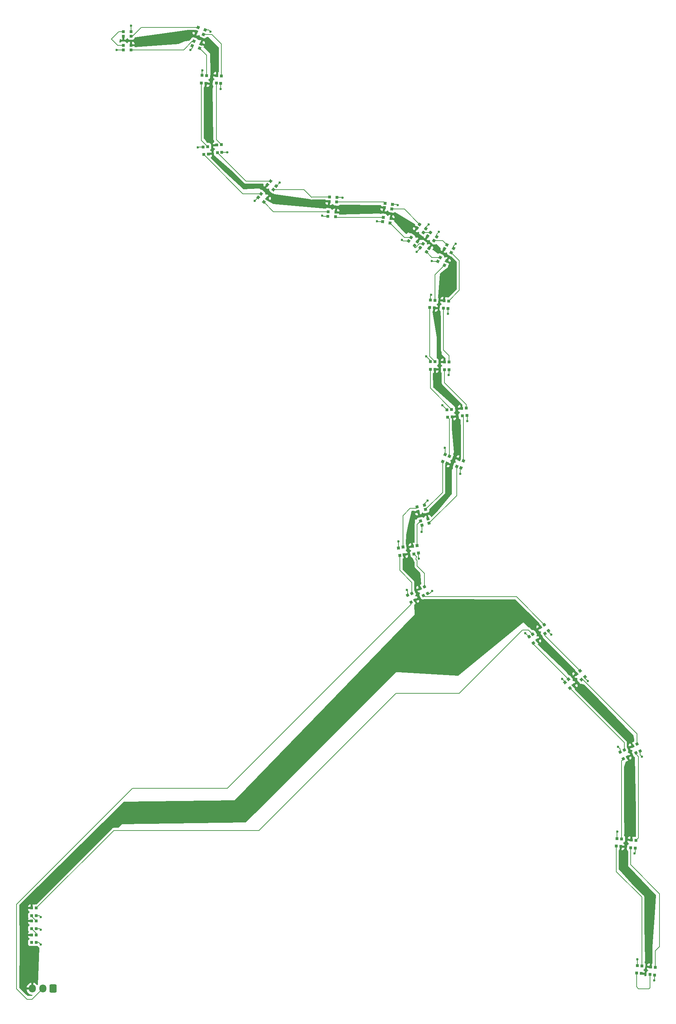
<source format=gbr>
%TF.GenerationSoftware,KiCad,Pcbnew,7.0.8*%
%TF.CreationDate,2025-08-15T10:43:11-07:00*%
%TF.ProjectId,production_red_line,70726f64-7563-4746-996f-6e5f7265645f,rev?*%
%TF.SameCoordinates,Original*%
%TF.FileFunction,Copper,L1,Top*%
%TF.FilePolarity,Positive*%
%FSLAX46Y46*%
G04 Gerber Fmt 4.6, Leading zero omitted, Abs format (unit mm)*
G04 Created by KiCad (PCBNEW 7.0.8) date 2025-08-15 10:43:11*
%MOMM*%
%LPD*%
G01*
G04 APERTURE LIST*
G04 Aperture macros list*
%AMRoundRect*
0 Rectangle with rounded corners*
0 $1 Rounding radius*
0 $2 $3 $4 $5 $6 $7 $8 $9 X,Y pos of 4 corners*
0 Add a 4 corners polygon primitive as box body*
4,1,4,$2,$3,$4,$5,$6,$7,$8,$9,$2,$3,0*
0 Add four circle primitives for the rounded corners*
1,1,$1+$1,$2,$3*
1,1,$1+$1,$4,$5*
1,1,$1+$1,$6,$7*
1,1,$1+$1,$8,$9*
0 Add four rect primitives between the rounded corners*
20,1,$1+$1,$2,$3,$4,$5,0*
20,1,$1+$1,$4,$5,$6,$7,0*
20,1,$1+$1,$6,$7,$8,$9,0*
20,1,$1+$1,$8,$9,$2,$3,0*%
%AMRotRect*
0 Rectangle, with rotation*
0 The origin of the aperture is its center*
0 $1 length*
0 $2 width*
0 $3 Rotation angle, in degrees counterclockwise*
0 Add horizontal line*
21,1,$1,$2,0,0,$3*%
G04 Aperture macros list end*
%TA.AperFunction,SMDPad,CuDef*%
%ADD10RotRect,0.700000X0.700000X355.000000*%
%TD*%
%TA.AperFunction,SMDPad,CuDef*%
%ADD11RotRect,0.700000X0.700000X340.000000*%
%TD*%
%TA.AperFunction,SMDPad,CuDef*%
%ADD12RotRect,0.700000X0.700000X265.000000*%
%TD*%
%TA.AperFunction,SMDPad,CuDef*%
%ADD13RotRect,0.700000X0.700000X85.000000*%
%TD*%
%TA.AperFunction,SMDPad,CuDef*%
%ADD14RotRect,0.700000X0.700000X305.000000*%
%TD*%
%TA.AperFunction,SMDPad,CuDef*%
%ADD15RotRect,0.700000X0.700000X115.000000*%
%TD*%
%TA.AperFunction,SMDPad,CuDef*%
%ADD16RotRect,0.700000X0.700000X100.000000*%
%TD*%
%TA.AperFunction,SMDPad,CuDef*%
%ADD17R,0.700000X0.700000*%
%TD*%
%TA.AperFunction,SMDPad,CuDef*%
%ADD18RotRect,0.700000X0.700000X310.000000*%
%TD*%
%TA.AperFunction,SMDPad,CuDef*%
%ADD19RotRect,0.700000X0.700000X275.000000*%
%TD*%
%TA.AperFunction,SMDPad,CuDef*%
%ADD20RotRect,0.700000X0.700000X145.000000*%
%TD*%
%TA.AperFunction,SMDPad,CuDef*%
%ADD21RotRect,0.700000X0.700000X295.000000*%
%TD*%
%TA.AperFunction,SMDPad,CuDef*%
%ADD22RotRect,0.700000X0.700000X150.000000*%
%TD*%
%TA.AperFunction,SMDPad,CuDef*%
%ADD23RotRect,0.700000X0.700000X160.000000*%
%TD*%
%TA.AperFunction,SMDPad,CuDef*%
%ADD24RotRect,0.700000X0.700000X195.000000*%
%TD*%
%TA.AperFunction,SMDPad,CuDef*%
%ADD25RotRect,0.700000X0.700000X95.000000*%
%TD*%
%TA.AperFunction,SMDPad,CuDef*%
%ADD26RotRect,0.700000X0.700000X15.000000*%
%TD*%
%TA.AperFunction,SMDPad,CuDef*%
%ADD27RotRect,0.700000X0.700000X130.000000*%
%TD*%
%TA.AperFunction,SMDPad,CuDef*%
%ADD28RotRect,0.700000X0.700000X250.000000*%
%TD*%
%TA.AperFunction,SMDPad,CuDef*%
%ADD29RotRect,0.700000X0.700000X330.000000*%
%TD*%
%TA.AperFunction,ComponentPad*%
%ADD30RoundRect,0.250000X0.600000X0.725000X-0.600000X0.725000X-0.600000X-0.725000X0.600000X-0.725000X0*%
%TD*%
%TA.AperFunction,ComponentPad*%
%ADD31O,1.700000X1.950000*%
%TD*%
%TA.AperFunction,SMDPad,CuDef*%
%ADD32RotRect,0.700000X0.700000X175.000000*%
%TD*%
%TA.AperFunction,SMDPad,CuDef*%
%ADD33RotRect,0.700000X0.700000X320.000000*%
%TD*%
%TA.AperFunction,SMDPad,CuDef*%
%ADD34RotRect,0.700000X0.700000X280.000000*%
%TD*%
%TA.AperFunction,SMDPad,CuDef*%
%ADD35RotRect,0.700000X0.700000X140.000000*%
%TD*%
%TA.AperFunction,SMDPad,CuDef*%
%ADD36RotRect,0.700000X0.700000X325.000000*%
%TD*%
%TA.AperFunction,SMDPad,CuDef*%
%ADD37RotRect,0.700000X0.700000X125.000000*%
%TD*%
%TA.AperFunction,SMDPad,CuDef*%
%ADD38RotRect,0.700000X0.700000X170.000000*%
%TD*%
%TA.AperFunction,SMDPad,CuDef*%
%ADD39RotRect,0.700000X0.700000X70.000000*%
%TD*%
%TA.AperFunction,SMDPad,CuDef*%
%ADD40RotRect,0.700000X0.700000X350.000000*%
%TD*%
%TA.AperFunction,ViaPad*%
%ADD41C,0.600000*%
%TD*%
%TA.AperFunction,Conductor*%
%ADD42C,0.200000*%
%TD*%
G04 APERTURE END LIST*
D10*
%TO.P,U14,1,DO*%
%TO.N,Net-(U14-DO)*%
X158440890Y143601723D03*
%TO.P,U14,2,GND*%
%TO.N,GND*%
X158536762Y144697538D03*
%TO.P,U14,3,DI*%
%TO.N,Net-(U14-DI)*%
X156713726Y144857033D03*
%TO.P,U14,4,VDD*%
%TO.N,+5V*%
X156617854Y143761218D03*
%TD*%
D11*
%TO.P,U46,1,DO*%
%TO.N,Net-(U38-DI)*%
X126365134Y183970138D03*
%TO.P,U46,2,GND*%
%TO.N,GND*%
X126741356Y185003800D03*
%TO.P,U46,3,DI*%
%TO.N,Net-(U41-DO)*%
X125021718Y185629696D03*
%TO.P,U46,4,VDD*%
%TO.N,+5V*%
X124645496Y184596034D03*
%TD*%
D12*
%TO.P,U12,1,DO*%
%TO.N,Net-(U12-DO)*%
X229250513Y-11789157D03*
%TO.P,U12,2,GND*%
%TO.N,GND*%
X230346328Y-11885029D03*
%TO.P,U12,3,DI*%
%TO.N,Net-(U12-DI)*%
X230505823Y-10061993D03*
%TO.P,U12,4,VDD*%
%TO.N,+5V*%
X229410008Y-9966121D03*
%TD*%
D13*
%TO.P,U45,1,DO*%
%TO.N,Net-(U37-DI)*%
X182108953Y119940631D03*
%TO.P,U45,2,GND*%
%TO.N,GND*%
X181013138Y120036503D03*
%TO.P,U45,3,DI*%
%TO.N,Net-(U40-DO)*%
X180853643Y118213467D03*
%TO.P,U45,4,VDD*%
%TO.N,+5V*%
X181949458Y118117595D03*
%TD*%
D14*
%TO.P,U15,1,DO*%
%TO.N,Net-(U15-DO)*%
X208598780Y39770599D03*
%TO.P,U15,2,GND*%
%TO.N,GND*%
X209499847Y40401533D03*
%TO.P,U15,3,DI*%
%TO.N,Net-(U15-DI)*%
X208450202Y41900581D03*
%TO.P,U15,4,VDD*%
%TO.N,+5V*%
X207549135Y41269647D03*
%TD*%
D13*
%TO.P,U35,1,DO*%
%TO.N,Net-(U35-DO)*%
X227069832Y-9684174D03*
%TO.P,U35,2,GND*%
%TO.N,GND*%
X225974017Y-9588302D03*
%TO.P,U35,3,DI*%
%TO.N,Net-(U30-DO)*%
X225814522Y-11411338D03*
%TO.P,U35,4,VDD*%
%TO.N,+5V*%
X226910337Y-11507210D03*
%TD*%
D15*
%TO.P,U43,1,DO*%
%TO.N,Net-(U43-DO)*%
X227743421Y11699274D03*
%TO.P,U43,2,GND*%
%TO.N,GND*%
X226746482Y11234394D03*
%TO.P,U43,3,DI*%
%TO.N,Net-(U35-DO)*%
X227519873Y9575850D03*
%TO.P,U43,4,VDD*%
%TO.N,+5V*%
X228516812Y10040730D03*
%TD*%
D16*
%TO.P,U9,1,DO*%
%TO.N,Net-(U16-DI)*%
X174390709Y60541537D03*
%TO.P,U9,2,GND*%
%TO.N,GND*%
X173307421Y60350524D03*
%TO.P,U9,3,DI*%
%TO.N,Net-(U2-DO)*%
X173625197Y58548325D03*
%TO.P,U9,4,VDD*%
%TO.N,+5V*%
X174708485Y58739338D03*
%TD*%
D17*
%TO.P,U34,1,DO*%
%TO.N,Net-(U34-DO)*%
X184369579Y103293425D03*
%TO.P,U34,2,GND*%
%TO.N,GND*%
X185469579Y103293425D03*
%TO.P,U34,3,DI*%
%TO.N,Net-(U28-DO)*%
X185469579Y105123425D03*
%TO.P,U34,4,VDD*%
%TO.N,+5V*%
X184369579Y105123425D03*
%TD*%
D18*
%TO.P,U8,1,DO*%
%TO.N,Net-(U5-DI)*%
X217394262Y28640276D03*
%TO.P,U8,2,GND*%
%TO.N,GND*%
X218236911Y29347343D03*
%TO.P,U8,3,DI*%
%TO.N,Net-(U15-DO)*%
X217060610Y30749204D03*
%TO.P,U8,4,VDD*%
%TO.N,+5V*%
X216217961Y30042137D03*
%TD*%
D19*
%TO.P,U27,1,DO*%
%TO.N,Net-(U19-DI)*%
X129670271Y155508258D03*
%TO.P,U27,2,GND*%
%TO.N,GND*%
X130766086Y155604130D03*
%TO.P,U27,3,DI*%
%TO.N,Net-(U27-DI)*%
X130606591Y157427166D03*
%TO.P,U27,4,VDD*%
%TO.N,+5V*%
X129510776Y157331294D03*
%TD*%
D20*
%TO.P,U25,1,DO*%
%TO.N,Net-(U17-DI)*%
X179214078Y133547236D03*
%TO.P,U25,2,GND*%
%TO.N,GND*%
X178583144Y132646169D03*
%TO.P,U25,3,DI*%
%TO.N,Net-(U25-DI)*%
X180082192Y131596524D03*
%TO.P,U25,4,VDD*%
%TO.N,+5V*%
X180713126Y132497591D03*
%TD*%
D21*
%TO.P,U5,1,DO*%
%TO.N,Net-(U12-DI)*%
X230541267Y11010051D03*
%TO.P,U5,2,GND*%
%TO.N,GND*%
X231538206Y11474931D03*
%TO.P,U5,3,DI*%
%TO.N,Net-(U5-DI)*%
X230764815Y13133475D03*
%TO.P,U5,4,VDD*%
%TO.N,+5V*%
X229767876Y12668595D03*
%TD*%
D17*
%TO.P,U41,1,DO*%
%TO.N,Net-(U41-DO)*%
X108884663Y183550673D03*
%TO.P,U41,2,GND*%
%TO.N,GND*%
X108884663Y184650673D03*
%TO.P,U41,3,DI*%
%TO.N,Net-(U33-DO)*%
X107054663Y184650673D03*
%TO.P,U41,4,VDD*%
%TO.N,+5V*%
X107054663Y183550673D03*
%TD*%
%TO.P,U33,1,DO*%
%TO.N,Net-(U33-DO)*%
X107026718Y181353193D03*
%TO.P,U33,2,GND*%
%TO.N,GND*%
X107026718Y180253193D03*
%TO.P,U33,3,DI*%
%TO.N,Net-(U26-DO)*%
X108856718Y180253193D03*
%TO.P,U33,4,VDD*%
%TO.N,+5V*%
X108856718Y181353193D03*
%TD*%
D22*
%TO.P,U37,1,DO*%
%TO.N,Net-(U25-DI)*%
X183351184Y130290298D03*
%TO.P,U37,2,GND*%
%TO.N,GND*%
X182801184Y129337670D03*
%TO.P,U37,3,DI*%
%TO.N,Net-(U37-DI)*%
X184386010Y128422670D03*
%TO.P,U37,4,VDD*%
%TO.N,+5V*%
X184936010Y129375298D03*
%TD*%
D12*
%TO.P,U22,1,DO*%
%TO.N,Net-(U22-DO)*%
X233929846Y-42327883D03*
%TO.P,U22,2,GND*%
%TO.N,GND*%
X235025661Y-42423755D03*
%TO.P,U22,3,DI*%
%TO.N,Net-(U12-DO)*%
X235185156Y-40600719D03*
%TO.P,U22,4,VDD*%
%TO.N,+5V*%
X234089341Y-40504847D03*
%TD*%
D23*
%TO.P,U26,1,DO*%
%TO.N,Net-(U26-DO)*%
X124028647Y182303978D03*
%TO.P,U26,2,GND*%
%TO.N,GND*%
X123652425Y181270316D03*
%TO.P,U26,3,DI*%
%TO.N,Net-(U18-DO)*%
X125372063Y180644420D03*
%TO.P,U26,4,VDD*%
%TO.N,+5V*%
X125748285Y181678082D03*
%TD*%
D24*
%TO.P,U39,1,DO*%
%TO.N,Net-(U29-DI)*%
X178661934Y66884793D03*
%TO.P,U39,2,GND*%
%TO.N,GND*%
X178946635Y65822274D03*
%TO.P,U39,3,DI*%
%TO.N,Net-(U39-DI)*%
X180714280Y66295913D03*
%TO.P,U39,4,VDD*%
%TO.N,+5V*%
X180429579Y67358432D03*
%TD*%
D12*
%TO.P,U28,1,DO*%
%TO.N,Net-(U28-DO)*%
X184125868Y118064730D03*
%TO.P,U28,2,GND*%
%TO.N,GND*%
X185221683Y117968858D03*
%TO.P,U28,3,DI*%
%TO.N,Net-(U20-DO)*%
X185381178Y119791894D03*
%TO.P,U28,4,VDD*%
%TO.N,+5V*%
X184285363Y119887766D03*
%TD*%
D21*
%TO.P,U21,1,DO*%
%TO.N,Net-(U15-DI)*%
X179353033Y48927730D03*
%TO.P,U21,2,GND*%
%TO.N,GND*%
X180349972Y49392610D03*
%TO.P,U21,3,DI*%
%TO.N,Net-(U21-DI)*%
X179576581Y51051154D03*
%TO.P,U21,4,VDD*%
%TO.N,+5V*%
X178579642Y50586274D03*
%TD*%
D25*
%TO.P,U32,1,DO*%
%TO.N,Net-(U32-DO)*%
X186126014Y93719866D03*
%TO.P,U32,2,GND*%
%TO.N,GND*%
X185030199Y93623994D03*
%TO.P,U32,3,DI*%
%TO.N,Net-(U24-DO)*%
X185189694Y91800958D03*
%TO.P,U32,4,VDD*%
%TO.N,+5V*%
X186285509Y91896830D03*
%TD*%
D26*
%TO.P,U16,1,DO*%
%TO.N,Net-(U16-DO)*%
X179843427Y69605153D03*
%TO.P,U16,2,GND*%
%TO.N,GND*%
X179558726Y70667672D03*
%TO.P,U16,3,DI*%
%TO.N,Net-(U16-DI)*%
X177791081Y70194033D03*
%TO.P,U16,4,VDD*%
%TO.N,+5V*%
X178075782Y69131514D03*
%TD*%
D27*
%TO.P,U44,1,DO*%
%TO.N,Net-(U36-DI)*%
X214325079Y28708282D03*
%TO.P,U44,2,GND*%
%TO.N,GND*%
X213482430Y28001215D03*
%TO.P,U44,3,DI*%
%TO.N,Net-(U43-DO)*%
X214658731Y26599354D03*
%TO.P,U44,4,VDD*%
%TO.N,+5V*%
X215501380Y27306421D03*
%TD*%
D28*
%TO.P,U47,1,DO*%
%TO.N,Net-(U39-DI)*%
X187343822Y79975991D03*
%TO.P,U47,2,GND*%
%TO.N,GND*%
X188377484Y79599769D03*
%TO.P,U47,3,DI*%
%TO.N,Net-(U42-DO)*%
X189003380Y81319407D03*
%TO.P,U47,4,VDD*%
%TO.N,+5V*%
X187969718Y81695629D03*
%TD*%
D13*
%TO.P,U18,1,DO*%
%TO.N,Net-(U18-DO)*%
X127099202Y174016786D03*
%TO.P,U18,2,GND*%
%TO.N,GND*%
X126003387Y174112658D03*
%TO.P,U18,3,DI*%
%TO.N,Net-(U10-DO)*%
X125843892Y172289622D03*
%TO.P,U18,4,VDD*%
%TO.N,+5V*%
X126939707Y172193750D03*
%TD*%
D29*
%TO.P,U20,1,DO*%
%TO.N,Net-(U20-DO)*%
X186022143Y131471032D03*
%TO.P,U20,2,GND*%
%TO.N,GND*%
X186572143Y132423660D03*
%TO.P,U20,3,DI*%
%TO.N,Net-(U11-DO)*%
X184987317Y133338660D03*
%TO.P,U20,4,VDD*%
%TO.N,+5V*%
X184437317Y132386032D03*
%TD*%
D30*
%TO.P,J4,1,Pin_1*%
%TO.N,GND*%
X90094566Y-45702563D03*
D31*
%TO.P,J4,2,Pin_2*%
%TO.N,Net-(J4-Pin_2)*%
X87594566Y-45702563D03*
%TO.P,J4,3,Pin_3*%
%TO.N,+5V*%
X85094566Y-45702563D03*
%TD*%
D13*
%TO.P,U30,1,DO*%
%TO.N,Net-(U30-DO)*%
X231949152Y-40231133D03*
%TO.P,U30,2,GND*%
%TO.N,GND*%
X230853337Y-40135261D03*
%TO.P,U30,3,DI*%
%TO.N,Net-(U22-DO)*%
X230693842Y-41958297D03*
%TO.P,U30,4,VDD*%
%TO.N,+5V*%
X231789657Y-42054169D03*
%TD*%
D32*
%TO.P,U6,1,DO*%
%TO.N,Net-(U3-DI)*%
X156393942Y141301624D03*
%TO.P,U6,2,GND*%
%TO.N,GND*%
X156298070Y140205809D03*
%TO.P,U6,3,DI*%
%TO.N,Net-(U13-DO)*%
X158121106Y140046314D03*
%TO.P,U6,4,VDD*%
%TO.N,+5V*%
X158216978Y141142129D03*
%TD*%
D19*
%TO.P,U42,1,DO*%
%TO.N,Net-(U42-DO)*%
X188700036Y92131955D03*
%TO.P,U42,2,GND*%
%TO.N,GND*%
X189795851Y92227827D03*
%TO.P,U42,3,DI*%
%TO.N,Net-(U34-DO)*%
X189636356Y94050863D03*
%TO.P,U42,4,VDD*%
%TO.N,+5V*%
X188540541Y93954991D03*
%TD*%
D17*
%TO.P,U23,1,DO*%
%TO.N,Net-(U23-DO)*%
X84950000Y-31286457D03*
%TO.P,U23,2,GND*%
%TO.N,GND*%
X86050000Y-31286457D03*
%TO.P,U23,3,DI*%
%TO.N,Net-(U23-DI)*%
X86050000Y-29456457D03*
%TO.P,U23,4,VDD*%
%TO.N,+5V*%
X84950000Y-29456457D03*
%TD*%
D25*
%TO.P,U10,1,DO*%
%TO.N,Net-(U10-DO)*%
X127337027Y156967383D03*
%TO.P,U10,2,GND*%
%TO.N,GND*%
X126241212Y156871511D03*
%TO.P,U10,3,DI*%
%TO.N,Net-(U10-DI)*%
X126400707Y155048475D03*
%TO.P,U10,4,VDD*%
%TO.N,+5V*%
X127496522Y155144347D03*
%TD*%
D33*
%TO.P,U19,1,DO*%
%TO.N,Net-(U14-DI)*%
X143170002Y146625091D03*
%TO.P,U19,2,GND*%
%TO.N,GND*%
X143877069Y147467740D03*
%TO.P,U19,3,DI*%
%TO.N,Net-(U19-DI)*%
X142475208Y148644041D03*
%TO.P,U19,4,VDD*%
%TO.N,+5V*%
X141768141Y147801392D03*
%TD*%
D34*
%TO.P,U29,1,DO*%
%TO.N,Net-(U21-DI)*%
X177030759Y58913508D03*
%TO.P,U29,2,GND*%
%TO.N,GND*%
X178114047Y59104521D03*
%TO.P,U29,3,DI*%
%TO.N,Net-(U29-DI)*%
X177796271Y60906720D03*
%TO.P,U29,4,VDD*%
%TO.N,+5V*%
X176712983Y60715707D03*
%TD*%
D35*
%TO.P,U3,1,DO*%
%TO.N,Net-(U10-DI)*%
X140209021Y145616347D03*
%TO.P,U3,2,GND*%
%TO.N,GND*%
X139501954Y144773698D03*
%TO.P,U3,3,DI*%
%TO.N,Net-(U3-DI)*%
X140903815Y143597397D03*
%TO.P,U3,4,VDD*%
%TO.N,+5V*%
X141610882Y144440046D03*
%TD*%
D20*
%TO.P,U17,1,DO*%
%TO.N,Net-(U13-DI)*%
X176366120Y135114177D03*
%TO.P,U17,2,GND*%
%TO.N,GND*%
X175735186Y134213110D03*
%TO.P,U17,3,DI*%
%TO.N,Net-(U17-DI)*%
X177234234Y133163465D03*
%TO.P,U17,4,VDD*%
%TO.N,+5V*%
X177865168Y134064532D03*
%TD*%
D36*
%TO.P,U11,1,DO*%
%TO.N,Net-(U11-DO)*%
X181880910Y134357347D03*
%TO.P,U11,2,GND*%
%TO.N,GND*%
X182511844Y135258414D03*
%TO.P,U11,3,DI*%
%TO.N,Net-(U11-DI)*%
X181012796Y136308059D03*
%TO.P,U11,4,VDD*%
%TO.N,+5V*%
X180381862Y135406992D03*
%TD*%
D37*
%TO.P,U36,1,DO*%
%TO.N,Net-(U31-DI)*%
X205668119Y39611158D03*
%TO.P,U36,2,GND*%
%TO.N,GND*%
X204767052Y38980224D03*
%TO.P,U36,3,DI*%
%TO.N,Net-(U36-DI)*%
X205816697Y37481176D03*
%TO.P,U36,4,VDD*%
%TO.N,+5V*%
X206717764Y38112110D03*
%TD*%
D36*
%TO.P,U4,1,DO*%
%TO.N,Net-(U11-DI)*%
X179283936Y136300763D03*
%TO.P,U4,2,GND*%
%TO.N,GND*%
X179914870Y137201830D03*
%TO.P,U4,3,DI*%
%TO.N,Net-(U4-DI)*%
X178415822Y138251475D03*
%TO.P,U4,4,VDD*%
%TO.N,+5V*%
X177784888Y137350408D03*
%TD*%
D17*
%TO.P,U40,1,DO*%
%TO.N,Net-(U40-DO)*%
X182098196Y105173004D03*
%TO.P,U40,2,GND*%
%TO.N,GND*%
X180998196Y105173004D03*
%TO.P,U40,3,DI*%
%TO.N,Net-(U32-DO)*%
X180998196Y103343004D03*
%TO.P,U40,4,VDD*%
%TO.N,+5V*%
X182098196Y103343004D03*
%TD*%
%TO.P,U48,1,DO*%
%TO.N,unconnected-(U48-DO-Pad1)*%
X84950000Y-34621772D03*
%TO.P,U48,2,GND*%
%TO.N,GND*%
X86050000Y-34621772D03*
%TO.P,U48,3,DI*%
%TO.N,Net-(U23-DO)*%
X86050000Y-32791772D03*
%TO.P,U48,4,VDD*%
%TO.N,+5V*%
X84950000Y-32791772D03*
%TD*%
D15*
%TO.P,U2,1,DO*%
%TO.N,Net-(U2-DO)*%
X176547652Y49425137D03*
%TO.P,U2,2,GND*%
%TO.N,GND*%
X175550713Y48960257D03*
%TO.P,U2,3,DI*%
%TO.N,Net-(J4-Pin_2)*%
X176324104Y47301713D03*
%TO.P,U2,4,VDD*%
%TO.N,+5V*%
X177321043Y47766593D03*
%TD*%
D38*
%TO.P,U13,1,DO*%
%TO.N,Net-(U13-DO)*%
X169697383Y139952063D03*
%TO.P,U13,2,GND*%
%TO.N,GND*%
X169506370Y138868775D03*
%TO.P,U13,3,DI*%
%TO.N,Net-(U13-DI)*%
X171308569Y138550999D03*
%TO.P,U13,4,VDD*%
%TO.N,+5V*%
X171499582Y139634287D03*
%TD*%
D39*
%TO.P,U24,1,DO*%
%TO.N,Net-(U24-DO)*%
X185619380Y82457563D03*
%TO.P,U24,2,GND*%
%TO.N,GND*%
X184585718Y82833785D03*
%TO.P,U24,3,DI*%
%TO.N,Net-(U16-DO)*%
X183959822Y81114147D03*
%TO.P,U24,4,VDD*%
%TO.N,+5V*%
X184993484Y80737925D03*
%TD*%
D12*
%TO.P,U38,1,DO*%
%TO.N,Net-(U27-DI)*%
X129416176Y172224706D03*
%TO.P,U38,2,GND*%
%TO.N,GND*%
X130511991Y172128834D03*
%TO.P,U38,3,DI*%
%TO.N,Net-(U38-DI)*%
X130671486Y173951870D03*
%TO.P,U38,4,VDD*%
%TO.N,+5V*%
X129575671Y174047742D03*
%TD*%
D17*
%TO.P,U31,1,DO*%
%TO.N,Net-(U23-DI)*%
X84950000Y-28147459D03*
%TO.P,U31,2,GND*%
%TO.N,GND*%
X86050000Y-28147459D03*
%TO.P,U31,3,DI*%
%TO.N,Net-(U31-DI)*%
X86050000Y-26317459D03*
%TO.P,U31,4,VDD*%
%TO.N,+5V*%
X84950000Y-26317459D03*
%TD*%
D40*
%TO.P,U7,1,DO*%
%TO.N,Net-(U4-DI)*%
X171716064Y141928692D03*
%TO.P,U7,2,GND*%
%TO.N,GND*%
X171907077Y143011980D03*
%TO.P,U7,3,DI*%
%TO.N,Net-(U14-DO)*%
X170104878Y143329756D03*
%TO.P,U7,4,VDD*%
%TO.N,+5V*%
X169913865Y142246468D03*
%TD*%
D41*
%TO.N,GND*%
X154931250Y140306605D03*
X183071022Y136431068D03*
X132054028Y155544999D03*
X210178309Y39466061D03*
X130467375Y170802416D03*
X183932449Y94710860D03*
X174140436Y134510149D03*
X159817798Y144687648D03*
X189912516Y90869120D03*
X181429247Y49986855D03*
X231962225Y10117776D03*
X173129426Y142834130D03*
X181352305Y129387700D03*
X105371128Y180200099D03*
X185420000Y102017004D03*
X187115061Y133566540D03*
X124943442Y156789692D03*
X177712670Y131578221D03*
X144728644Y148291596D03*
X226230256Y12501367D03*
X173326311Y61900277D03*
X126064419Y175282219D03*
X108856397Y186052352D03*
X181176493Y121321644D03*
X180349005Y71781376D03*
X184480688Y84466367D03*
X180577198Y138217185D03*
X175345403Y50225958D03*
X218919083Y28355523D03*
X226019215Y-7905485D03*
X185218146Y116678753D03*
X212753797Y28848110D03*
X230887044Y-38634017D03*
X127977335Y184604318D03*
X178188072Y57782391D03*
X138659411Y143903074D03*
X234934333Y-43749341D03*
X168141778Y138992293D03*
X230213303Y-13207350D03*
X87105791Y-28450124D03*
X178899292Y64242867D03*
X123208516Y180185751D03*
X188177456Y78160114D03*
X179971390Y106477261D03*
X87105791Y-31557587D03*
X87105791Y-35087665D03*
X203907008Y39847076D03*
%TD*%
D42*
%TO.N,GND*%
X130467375Y172524787D02*
X130467375Y170802416D01*
X185218146Y116678753D02*
X185218146Y117965321D01*
X180349972Y49392610D02*
X180835002Y49392610D01*
X182801184Y129337670D02*
X181402335Y129337670D01*
X226746482Y11234394D02*
X226746482Y11985141D01*
X178583144Y132448695D02*
X177712670Y131578221D01*
X139501954Y144745617D02*
X138659411Y143903074D01*
X226746482Y11985141D02*
X226230256Y12501367D01*
X185218146Y117965321D02*
X185221683Y117968858D01*
X139501954Y144773698D02*
X139501954Y144745617D01*
X235025661Y-43658013D02*
X234934333Y-43749341D01*
X209499847Y40401533D02*
X209499847Y40144523D01*
X179914870Y137554857D02*
X180577198Y138217185D01*
X186572143Y133023622D02*
X187115061Y133566540D01*
X173307421Y60350524D02*
X173307421Y61881387D01*
X230853337Y-40135261D02*
X230853337Y-38667724D01*
X86803126Y-28147459D02*
X87105791Y-28450124D01*
X180998196Y105450455D02*
X179971390Y106477261D01*
X143904788Y147467740D02*
X144728644Y148291596D01*
X188177456Y78160114D02*
X188177456Y79399741D01*
X230346328Y-11885029D02*
X230346328Y-13074325D01*
X184585718Y82833785D02*
X184585718Y84361337D01*
X230346328Y-13074325D02*
X230213303Y-13207350D01*
X155032046Y140205809D02*
X154931250Y140306605D01*
X172951576Y143011980D02*
X173129426Y142834130D01*
X185030199Y93623994D02*
X185019315Y93623994D01*
X181013138Y121158289D02*
X181176493Y121321644D01*
X181013138Y120036503D02*
X181013138Y121158289D01*
X189912516Y90869120D02*
X189912516Y92111162D01*
X143877069Y147467740D02*
X143904788Y147467740D01*
X213482430Y28119477D02*
X212753797Y28848110D01*
X185019315Y93623994D02*
X183932449Y94710860D01*
X179914870Y137201830D02*
X179914870Y137554857D01*
X230853337Y-38667724D02*
X230887044Y-38634017D01*
X185469579Y102066583D02*
X185420000Y102017004D01*
X130766086Y155604130D02*
X131994897Y155604130D01*
X179558726Y70667672D02*
X179558726Y70991097D01*
X181402335Y129337670D02*
X181352305Y129387700D01*
X179558726Y70991097D02*
X180349005Y71781376D01*
X107026718Y180253193D02*
X105424222Y180253193D01*
X209499847Y40144523D02*
X210178309Y39466061D01*
X173307421Y61881387D02*
X173326311Y61900277D01*
X86639898Y-34621772D02*
X87105791Y-35087665D01*
X127577853Y185003800D02*
X127977335Y184604318D01*
X188177456Y79399741D02*
X188377484Y79599769D01*
X231538206Y11474931D02*
X231538206Y10541795D01*
X175735186Y134213110D02*
X174437475Y134213110D01*
X123652425Y181270316D02*
X123652425Y180629660D01*
X159807908Y144697538D02*
X159817798Y144687648D01*
X225974017Y-7950683D02*
X226019215Y-7905485D01*
X178114047Y57856416D02*
X178188072Y57782391D01*
X175550713Y48960257D02*
X175550713Y50020648D01*
X178583144Y132646169D02*
X178583144Y132448695D01*
X168265296Y138868775D02*
X168141778Y138992293D01*
X125025261Y156871511D02*
X124943442Y156789692D01*
X180835002Y49392610D02*
X181429247Y49986855D01*
X235025661Y-42423755D02*
X235025661Y-43658013D01*
X126003387Y174112658D02*
X126003387Y175221187D01*
X182511844Y135871890D02*
X183071022Y136431068D01*
X174437475Y134213110D02*
X174140436Y134510149D01*
X182511844Y135258414D02*
X182511844Y135871890D01*
X158536762Y144697538D02*
X159807908Y144697538D01*
X130511991Y172128834D02*
X130511991Y172480171D01*
X204767052Y38987032D02*
X203907008Y39847076D01*
X105424222Y180253193D02*
X105371128Y180200099D01*
X86050000Y-28147459D02*
X86803126Y-28147459D01*
X185469579Y103293425D02*
X185469579Y102066583D01*
X86050000Y-34621772D02*
X86639898Y-34621772D01*
X86834661Y-31286457D02*
X87105791Y-31557587D01*
X123652425Y180629660D02*
X123208516Y180185751D01*
X204767052Y38980224D02*
X204767052Y38987032D01*
X225974017Y-9588302D02*
X225974017Y-7950683D01*
X169506370Y138868775D02*
X168265296Y138868775D01*
X189912516Y92111162D02*
X189795851Y92227827D01*
X126003387Y175221187D02*
X126064419Y175282219D01*
X108884663Y186024086D02*
X108856397Y186052352D01*
X218236911Y29347343D02*
X218236911Y29037695D01*
X184585718Y84361337D02*
X184480688Y84466367D01*
X130511991Y172480171D02*
X130467375Y172524787D01*
X213482430Y28001215D02*
X213482430Y28119477D01*
X108884663Y184650673D02*
X108884663Y186024086D01*
X186572143Y132423660D02*
X186572143Y133023622D01*
X131994897Y155604130D02*
X132054028Y155544999D01*
X156298070Y140205809D02*
X155032046Y140205809D01*
X86050000Y-31286457D02*
X86834661Y-31286457D01*
X178946635Y64290210D02*
X178899292Y64242867D01*
X231538206Y10541795D02*
X231962225Y10117776D01*
X126241212Y156871511D02*
X125025261Y156871511D01*
X178946635Y65822274D02*
X178946635Y64290210D01*
X178114047Y59104521D02*
X178114047Y57856416D01*
X171907077Y143011980D02*
X172951576Y143011980D01*
X180998196Y105173004D02*
X180998196Y105450455D01*
X218236911Y29037695D02*
X218919083Y28355523D01*
X175550713Y50020648D02*
X175345403Y50225958D01*
X126741356Y185003800D02*
X127577853Y185003800D01*
%TO.N,Net-(U2-DO)*%
X176547652Y49425137D02*
X176547652Y52052348D01*
X176547652Y52052348D02*
X173625197Y54974803D01*
X173625197Y54974803D02*
X173625197Y58548325D01*
%TO.N,Net-(U10-DI)*%
X135832835Y145616347D02*
X126400707Y155048475D01*
X140209021Y145616347D02*
X135832835Y145616347D01*
%TO.N,Net-(U3-DI)*%
X156393942Y141301624D02*
X143199588Y141301624D01*
X143199588Y141301624D02*
X140903815Y143597397D01*
%TO.N,Net-(U11-DI)*%
X181005500Y136300763D02*
X181012796Y136308059D01*
X179283936Y136300763D02*
X181005500Y136300763D01*
%TO.N,Net-(U4-DI)*%
X171716064Y141928692D02*
X174738605Y141928692D01*
X174738605Y141928692D02*
X178415822Y138251475D01*
%TO.N,Net-(U12-DI)*%
X230541267Y11010051D02*
X230541267Y10758733D01*
X231140000Y-9427816D02*
X230505823Y-10061993D01*
X231140000Y10160000D02*
X231140000Y-9427816D01*
X230541267Y10758733D02*
X231140000Y10160000D01*
%TO.N,Net-(U5-DI)*%
X217768869Y28640276D02*
X230764815Y15644330D01*
X230764815Y15644330D02*
X230764815Y13133475D01*
X217394262Y28640276D02*
X217768869Y28640276D01*
%TO.N,Net-(U13-DO)*%
X158215357Y139952063D02*
X158121106Y140046314D01*
X169697383Y139952063D02*
X158215357Y139952063D01*
%TO.N,Net-(U14-DO)*%
X169832911Y143601723D02*
X170104878Y143329756D01*
X158440890Y143601723D02*
X169832911Y143601723D01*
%TO.N,Net-(U15-DO)*%
X208598780Y39211034D02*
X217060610Y30749204D01*
X208598780Y39770599D02*
X208598780Y39211034D01*
%TO.N,Net-(U16-DI)*%
X174390709Y68150887D02*
X176118581Y69878759D01*
X177475807Y69878759D02*
X176118581Y69878759D01*
X174390709Y60541537D02*
X174390709Y68150887D01*
X177791081Y70194033D02*
X177475807Y69878759D01*
%TO.N,Net-(U10-DO)*%
X127337027Y156967383D02*
X125843892Y158460518D01*
X125843892Y158460518D02*
X125843892Y172289622D01*
%TO.N,Net-(U11-DO)*%
X183968630Y134357347D02*
X184987317Y133338660D01*
X181880910Y134357347D02*
X183968630Y134357347D01*
%TO.N,Net-(U12-DO)*%
X229250513Y-11789157D02*
X229250513Y-15890513D01*
X229250513Y-15890513D02*
X236220000Y-22860000D01*
X236220000Y-35560000D02*
X235185156Y-36594844D01*
X235185156Y-36594844D02*
X235185156Y-40600719D01*
X236220000Y-22860000D02*
X236220000Y-35560000D01*
%TO.N,Net-(U13-DI)*%
X176366120Y135114177D02*
X174745391Y135114177D01*
X174745391Y135114177D02*
X171308569Y138550999D01*
%TO.N,Net-(U14-DI)*%
X150554909Y146625091D02*
X152400000Y144780000D01*
X152400000Y144780000D02*
X152477033Y144857033D01*
X152477033Y144857033D02*
X156713726Y144857033D01*
X143170002Y146625091D02*
X150554909Y146625091D01*
%TO.N,Net-(U15-DI)*%
X179353033Y48927730D02*
X179653277Y48627486D01*
X201723297Y48627486D02*
X208450202Y41900581D01*
X179653277Y48627486D02*
X201723297Y48627486D01*
%TO.N,Net-(U16-DO)*%
X183959822Y73721548D02*
X183959822Y81114147D01*
X179843427Y69605153D02*
X183959822Y73721548D01*
%TO.N,Net-(U17-DI)*%
X177234234Y132645766D02*
X177234234Y133163465D01*
X179214078Y133547236D02*
X178345542Y133547236D01*
X178345542Y133547236D02*
X177444072Y132645766D01*
X177444072Y132645766D02*
X177234234Y132645766D01*
%TO.N,Net-(U18-DO)*%
X127099202Y178917281D02*
X125372063Y180644420D01*
X127099202Y174016786D02*
X127099202Y178917281D01*
%TO.N,Net-(U19-DI)*%
X136534488Y148644041D02*
X142475208Y148644041D01*
X129670271Y155508258D02*
X136534488Y148644041D01*
%TO.N,Net-(U20-DO)*%
X186022143Y131471032D02*
X187960000Y129533175D01*
X187960000Y129533175D02*
X187960000Y122370716D01*
X187960000Y122370716D02*
X185381178Y119791894D01*
%TO.N,Net-(U21-DI)*%
X177800000Y57321934D02*
X177800000Y55995279D01*
X177588072Y57533862D02*
X177800000Y57321934D01*
X177588072Y58030920D02*
X177588072Y57533862D01*
X177800000Y55995279D02*
X179576581Y54218698D01*
X177714047Y58156895D02*
X177588072Y58030920D01*
X179576581Y54218698D02*
X179576581Y51051154D01*
X177030759Y58913508D02*
X177714047Y58230220D01*
X177714047Y58230220D02*
X177714047Y58156895D01*
%TO.N,Net-(U22-DO)*%
X230693842Y-45273842D02*
X230693842Y-41958297D01*
X233929846Y-45470154D02*
X233680000Y-45720000D01*
X233680000Y-45720000D02*
X231140000Y-45720000D01*
X233929846Y-42327883D02*
X233929846Y-45470154D01*
X231140000Y-45720000D02*
X230693842Y-45273842D01*
%TO.N,Net-(U23-DO)*%
X86050000Y-32791772D02*
X86050000Y-32410721D01*
X86050000Y-32410721D02*
X84950000Y-31310721D01*
X84950000Y-31310721D02*
X84950000Y-31286457D01*
%TO.N,Net-(U23-DI)*%
X86050000Y-29456457D02*
X86050000Y-29432193D01*
X84950000Y-28332193D02*
X84950000Y-28147459D01*
X86050000Y-29432193D02*
X84950000Y-28332193D01*
%TO.N,Net-(U24-DO)*%
X185619380Y82457563D02*
X185619380Y91371272D01*
X185619380Y91371272D02*
X185189694Y91800958D01*
%TO.N,Net-(U25-DI)*%
X183351184Y130290298D02*
X181388418Y130290298D01*
X181388418Y130290298D02*
X180082192Y131596524D01*
%TO.N,Net-(U26-DO)*%
X124028647Y182303978D02*
X123604039Y182303978D01*
X121553254Y180253193D02*
X108856718Y180253193D01*
X123604039Y182303978D02*
X121553254Y180253193D01*
%TO.N,Net-(U27-DI)*%
X129416176Y158617581D02*
X130606591Y157427166D01*
X129416176Y172224706D02*
X129416176Y158617581D01*
%TO.N,Net-(U28-DO)*%
X184125868Y118064730D02*
X184125868Y107974132D01*
X185469579Y106630421D02*
X185469579Y105123425D01*
X184125868Y107974132D02*
X185469579Y106630421D01*
%TO.N,Net-(U29-DI)*%
X178661934Y66884793D02*
X177796271Y66019130D01*
X177796271Y66019130D02*
X177796271Y60906720D01*
%TO.N,Net-(U30-DO)*%
X225814522Y-17534522D02*
X225814522Y-11411338D01*
X231949152Y-40231133D02*
X231949152Y-23669152D01*
X231949152Y-23669152D02*
X225814522Y-17534522D01*
%TO.N,Net-(U31-DI)*%
X139700000Y-7620000D02*
X172720000Y25400000D01*
X86050000Y-26317459D02*
X104747459Y-7620000D01*
X187960000Y25400000D02*
X203200000Y40640000D01*
X104747459Y-7620000D02*
X139700000Y-7620000D01*
X203200000Y40640000D02*
X204639277Y40640000D01*
X204639277Y40640000D02*
X205668119Y39611158D01*
X172720000Y25400000D02*
X187960000Y25400000D01*
%TO.N,Net-(U32-DO)*%
X180998196Y98847684D02*
X180998196Y103343004D01*
X186126014Y93719866D02*
X180998196Y98847684D01*
%TO.N,Net-(U33-DO)*%
X105666807Y181353193D02*
X104140000Y182880000D01*
X107026718Y181353193D02*
X105666807Y181353193D01*
X105910673Y184650673D02*
X107054663Y184650673D01*
X104140000Y182880000D02*
X105910673Y184650673D01*
%TO.N,Net-(U34-DO)*%
X184369579Y100110421D02*
X189636356Y94843644D01*
X189636356Y94843644D02*
X189636356Y94050863D01*
X184369579Y103293425D02*
X184369579Y100110421D01*
%TO.N,Net-(U35-DO)*%
X227069832Y9125809D02*
X227519873Y9575850D01*
X227069832Y-9684174D02*
X227069832Y9125809D01*
%TO.N,Net-(U36-DI)*%
X205816697Y37216664D02*
X205816697Y37481176D01*
X214325079Y28708282D02*
X205816697Y37216664D01*
%TO.N,Net-(U37-DI)*%
X182108953Y119940631D02*
X182108953Y126145613D01*
X182108953Y126145613D02*
X184386010Y128422670D01*
%TO.N,Net-(U38-DI)*%
X130671486Y181652098D02*
X130671486Y173951870D01*
X128353446Y183970138D02*
X130671486Y181652098D01*
X126365134Y183970138D02*
X128353446Y183970138D01*
%TO.N,Net-(U39-DI)*%
X187343822Y79975991D02*
X187343822Y72925455D01*
X187343822Y72925455D02*
X180714280Y66295913D01*
%TO.N,Net-(U40-DO)*%
X180853643Y106441821D02*
X182098196Y105197268D01*
X182098196Y105197268D02*
X182098196Y105173004D01*
X180853643Y118213467D02*
X180853643Y106441821D01*
%TO.N,Net-(U41-DO)*%
X111313686Y185629696D02*
X125021718Y185629696D01*
X109234663Y183550673D02*
X111313686Y185629696D01*
X108884663Y183550673D02*
X109234663Y183550673D01*
%TO.N,Net-(U42-DO)*%
X188700036Y92131955D02*
X189003380Y91828611D01*
X189003380Y91828611D02*
X189003380Y81319407D01*
%TO.N,Net-(U43-DO)*%
X227743421Y11699274D02*
X227743421Y13514664D01*
X227743421Y13514664D02*
X214658731Y26599354D01*
%TO.N,Net-(J4-Pin_2)*%
X81280000Y-45720000D02*
X81280000Y-25400000D01*
X132080000Y2540000D02*
X176324104Y46784104D01*
X87594566Y-45702563D02*
X85037129Y-48260000D01*
X81280000Y-25400000D02*
X109220000Y2540000D01*
X85037129Y-48260000D02*
X83820000Y-48260000D01*
X83820000Y-48260000D02*
X81280000Y-45720000D01*
X109220000Y2540000D02*
X132080000Y2540000D01*
X176324104Y46784104D02*
X176324104Y47301713D01*
%TD*%
%TA.AperFunction,Conductor*%
%TO.N,+5V*%
G36*
X124206890Y185021717D02*
G01*
X124349610Y184969770D01*
X124355658Y184967198D01*
X124356896Y184966591D01*
X124356953Y184966567D01*
X124849231Y184787393D01*
X124905495Y184745967D01*
X124930430Y184680698D01*
X124923342Y184628461D01*
X124807795Y184310996D01*
X124589701Y183711790D01*
X124589701Y183711789D01*
X124728610Y183661231D01*
X124786764Y183646878D01*
X124930533Y183648019D01*
X125068161Y183689620D01*
X125068162Y183689620D01*
X125188496Y183768308D01*
X125188500Y183768313D01*
X125198148Y183779627D01*
X125256624Y183817868D01*
X125326491Y183818424D01*
X125385568Y183781119D01*
X125415098Y183717796D01*
X125416500Y183700160D01*
X125416620Y183685025D01*
X125458262Y183547257D01*
X125537029Y183426805D01*
X125537032Y183426801D01*
X125646544Y183333420D01*
X125700369Y183307009D01*
X126448119Y183034851D01*
X126506334Y183020483D01*
X126650247Y183021624D01*
X126788014Y183063266D01*
X126908466Y183142033D01*
X126908470Y183142036D01*
X126920468Y183156107D01*
X127001852Y183251548D01*
X127025754Y183300261D01*
X127072957Y183351774D01*
X127137075Y183369638D01*
X127352330Y183369638D01*
X127419369Y183349953D01*
X127438673Y183334638D01*
X130033329Y180817433D01*
X130067739Y180756624D01*
X130070986Y180728433D01*
X130070986Y174992976D01*
X130051301Y174925937D01*
X129998497Y174880182D01*
X129936178Y174869448D01*
X129898800Y174872718D01*
X129860091Y174430255D01*
X129859161Y174423689D01*
X129858899Y174422357D01*
X129858898Y174422354D01*
X129813241Y173900475D01*
X129787789Y173835406D01*
X129731198Y173794427D01*
X129678905Y173787754D01*
X129304833Y173820482D01*
X128707116Y173872775D01*
X128694233Y173725522D01*
X128695420Y173665626D01*
X128733731Y173527055D01*
X128733732Y173527053D01*
X128809538Y173404878D01*
X128916688Y173309013D01*
X128930125Y173302617D01*
X128982195Y173256029D01*
X129000812Y173188685D01*
X128980065Y173121967D01*
X128926541Y173077057D01*
X128909876Y173071140D01*
X128895283Y173067106D01*
X128772989Y172991226D01*
X128772987Y172991224D01*
X128735105Y172948883D01*
X128677026Y172883967D01*
X128677025Y172883965D01*
X128615168Y172754014D01*
X128603589Y172695193D01*
X128603587Y172695178D01*
X128534237Y171902486D01*
X128535425Y171842527D01*
X128568374Y171723352D01*
X128573776Y171703813D01*
X128619351Y171630361D01*
X128649659Y171581514D01*
X128673247Y171560410D01*
X128710082Y171501039D01*
X128708972Y171431178D01*
X128708437Y171429502D01*
X128514194Y170834773D01*
X128664282Y158663650D01*
X128781077Y158571561D01*
X128821533Y158514595D01*
X128827240Y158490377D01*
X128831132Y158460819D01*
X128891640Y158314739D01*
X128925228Y158270966D01*
X128950421Y158205797D01*
X128936382Y158137352D01*
X128887567Y158087363D01*
X128880144Y158083518D01*
X128851796Y158070025D01*
X128851793Y158070022D01*
X128744643Y157974157D01*
X128668837Y157851982D01*
X128668836Y157851980D01*
X128630525Y157713409D01*
X128629338Y157653513D01*
X128642221Y157506259D01*
X129537307Y157584570D01*
X129605807Y157570803D01*
X129635795Y157548724D01*
X129720495Y157464025D01*
X129753980Y157402702D01*
X129756342Y157387150D01*
X129770308Y157227517D01*
X129756541Y157159017D01*
X129707926Y157108834D01*
X129657587Y157093182D01*
X128685799Y157008163D01*
X128685798Y157008163D01*
X128698682Y156860903D01*
X128698684Y156860889D01*
X128710250Y156802135D01*
X128772047Y156672311D01*
X128867912Y156565161D01*
X128990087Y156489355D01*
X128990092Y156489353D01*
X129004426Y156485390D01*
X129063795Y156448552D01*
X129093823Y156385464D01*
X129084976Y156316156D01*
X129040063Y156262634D01*
X129024679Y156253914D01*
X129011010Y156247408D01*
X128963197Y156204630D01*
X128907498Y156154797D01*
X128903751Y156151445D01*
X128827871Y156029151D01*
X128789520Y155890433D01*
X128789520Y155890430D01*
X128789520Y155890429D01*
X128788330Y155830478D01*
X128857684Y155037781D01*
X128857686Y155037763D01*
X128869263Y154978949D01*
X128869264Y154978946D01*
X128931118Y154849001D01*
X128931120Y154848998D01*
X129027082Y154741739D01*
X129053961Y154725061D01*
X129070587Y154712708D01*
X133683499Y150645620D01*
X133686338Y150642954D01*
X136079156Y148250137D01*
X136084507Y148244035D01*
X136106207Y148215757D01*
X136106206Y148215757D01*
X136211670Y148134834D01*
X136231649Y148119503D01*
X136231651Y148119502D01*
X136377722Y148058998D01*
X136377727Y148058996D01*
X136534487Y148038359D01*
X136534488Y148038359D01*
X136569817Y148043010D01*
X136577916Y148043541D01*
X140670152Y148043541D01*
X140737191Y148023856D01*
X140782946Y147971052D01*
X140792890Y147901894D01*
X140787007Y147878057D01*
X140779809Y147857783D01*
X140771830Y147714226D01*
X140804618Y147574233D01*
X140804619Y147574229D01*
X140875514Y147449155D01*
X140875516Y147449153D01*
X140917017Y147405973D01*
X141030260Y147310949D01*
X141607811Y147999247D01*
X141665982Y148037949D01*
X141702800Y148043541D01*
X141822582Y148043541D01*
X141889621Y148023856D01*
X141902288Y148014530D01*
X142025038Y147911529D01*
X142063740Y147853357D01*
X142064848Y147783496D01*
X142040322Y147736834D01*
X141413282Y146989556D01*
X141526527Y146894533D01*
X141576257Y146861162D01*
X141711753Y146813060D01*
X141711749Y146813060D01*
X141855306Y146805081D01*
X141995299Y146837869D01*
X141995301Y146837869D01*
X142008239Y146845203D01*
X142076268Y146861136D01*
X142142111Y146837760D01*
X142184864Y146782497D01*
X142190953Y146712894D01*
X142186239Y146695842D01*
X142181175Y146681579D01*
X142173189Y146537880D01*
X142206007Y146397753D01*
X142206010Y146397745D01*
X142276976Y146272545D01*
X142276978Y146272543D01*
X142318517Y146229324D01*
X142318523Y146229318D01*
X142778095Y145843692D01*
X142928100Y145717823D01*
X142977882Y145684415D01*
X142977885Y145684413D01*
X143113508Y145636265D01*
X143113511Y145636264D01*
X143257211Y145628278D01*
X143257212Y145628278D01*
X143266044Y145629051D01*
X143266304Y145626072D01*
X143321114Y145623016D01*
X143376206Y145583918D01*
X143460758Y145478868D01*
X143460761Y145478866D01*
X151984319Y144321423D01*
X152043118Y144296929D01*
X152097158Y144255464D01*
X152243237Y144194956D01*
X152243239Y144194955D01*
X152399999Y144174318D01*
X152400000Y144174318D01*
X152400001Y144174318D01*
X152556760Y144194955D01*
X152556762Y144194956D01*
X152603583Y144214350D01*
X152682635Y144247094D01*
X152730086Y144256533D01*
X155672619Y144256533D01*
X155739658Y144236848D01*
X155785413Y144184044D01*
X155796147Y144121725D01*
X155792876Y144084348D01*
X155792877Y144084347D01*
X156235335Y144045639D01*
X156241893Y144044710D01*
X156243221Y144044448D01*
X156243245Y144044445D01*
X156765119Y143998788D01*
X156830188Y143973336D01*
X156871167Y143916745D01*
X156877840Y143864453D01*
X156849535Y143540907D01*
X156792819Y142892663D01*
X156940074Y142879780D01*
X156999969Y142880967D01*
X157138540Y142919278D01*
X157138542Y142919279D01*
X157260717Y142995085D01*
X157356581Y143102234D01*
X157362976Y143115668D01*
X157409562Y143167740D01*
X157476905Y143186359D01*
X157543624Y143165615D01*
X157588537Y143112092D01*
X157594456Y143095421D01*
X157598490Y143080830D01*
X157674371Y142958534D01*
X157781626Y142862575D01*
X157781630Y142862572D01*
X157911581Y142800715D01*
X157970402Y142789136D01*
X157970417Y142789134D01*
X158763110Y142719784D01*
X158763119Y142719784D01*
X158763122Y142719784D01*
X158811076Y142720734D01*
X158823068Y142720972D01*
X158961780Y142759322D01*
X158961783Y142759323D01*
X159084077Y142835203D01*
X159108565Y142862573D01*
X159165519Y142926231D01*
X159224889Y142963068D01*
X159259181Y142967545D01*
X169014034Y142869220D01*
X169080871Y142848860D01*
X169126092Y142795598D01*
X169135338Y142726343D01*
X169134900Y142723693D01*
X169120190Y142640269D01*
X169557589Y142563146D01*
X169564047Y142561647D01*
X169565363Y142561266D01*
X170081275Y142470297D01*
X170143878Y142439270D01*
X170179769Y142379323D01*
X170181859Y142326649D01*
X170012465Y141365969D01*
X170158048Y141340298D01*
X170158057Y141340297D01*
X170217798Y141336263D01*
X170217799Y141336263D01*
X170359198Y141362354D01*
X170487506Y141427220D01*
X170487510Y141427222D01*
X170592347Y141525607D01*
X170599889Y141538433D01*
X170650837Y141586246D01*
X170719547Y141598925D01*
X170784204Y141572444D01*
X170824280Y141515211D01*
X170828723Y141498088D01*
X170831470Y141483201D01*
X170831471Y141483198D01*
X170896402Y141354760D01*
X170896404Y141354757D01*
X170994891Y141249812D01*
X171118955Y141176866D01*
X171118958Y141176864D01*
X171176534Y141160206D01*
X171176544Y141160203D01*
X171960192Y141022025D01*
X171960202Y141022024D01*
X172020019Y141017984D01*
X172020022Y141017984D01*
X172161555Y141044098D01*
X172289997Y141109031D01*
X172342991Y141158764D01*
X172405346Y141190287D01*
X172471694Y141184333D01*
X172577201Y141144447D01*
X172596967Y141134898D01*
X177276553Y138338137D01*
X177324000Y138286848D01*
X177336186Y138218050D01*
X177314514Y138160575D01*
X177232002Y138042734D01*
X177595817Y137787988D01*
X177601002Y137783931D01*
X177602049Y137783017D01*
X177602068Y137783002D01*
X178031208Y137482515D01*
X178074832Y137427938D01*
X178082025Y137358439D01*
X178061659Y137309817D01*
X177872830Y137040140D01*
X177502135Y136510733D01*
X177623232Y136425942D01*
X177675680Y136397033D01*
X177675683Y136397032D01*
X177814846Y136360923D01*
X177958557Y136365486D01*
X177958558Y136365486D01*
X178095152Y136410346D01*
X178095158Y136410349D01*
X178107409Y136418783D01*
X178173790Y136440585D01*
X178241420Y136423037D01*
X178288827Y136371711D01*
X178300960Y136302903D01*
X178297749Y136285504D01*
X178293949Y136270860D01*
X178298517Y136127004D01*
X178343423Y135990271D01*
X178343426Y135990265D01*
X178425033Y135871730D01*
X178425038Y135871724D01*
X178470185Y135832289D01*
X178470193Y135832282D01*
X179122017Y135375870D01*
X179122022Y135375868D01*
X179174533Y135346922D01*
X179311336Y135311425D01*
X179371283Y135275534D01*
X179398001Y135230091D01*
X179441801Y135096725D01*
X179441804Y135096719D01*
X179523330Y134978301D01*
X179523331Y134978299D01*
X179568444Y134938894D01*
X179689533Y134854106D01*
X179689534Y134854107D01*
X180244994Y135647386D01*
X180299571Y135691011D01*
X180346569Y135700263D01*
X180358920Y135700263D01*
X180425959Y135680578D01*
X180430044Y135677838D01*
X180628182Y135539099D01*
X180671807Y135484521D01*
X180678999Y135415023D01*
X180658633Y135366401D01*
X180099108Y134567318D01*
X180220206Y134482526D01*
X180272654Y134453617D01*
X180272657Y134453616D01*
X180411820Y134417507D01*
X180555531Y134422070D01*
X180555532Y134422070D01*
X180692126Y134466930D01*
X180692132Y134466933D01*
X180704383Y134475367D01*
X180770764Y134497169D01*
X180838394Y134479621D01*
X180885801Y134428295D01*
X180897934Y134359487D01*
X180894723Y134342088D01*
X180890923Y134327444D01*
X180895491Y134183588D01*
X180940397Y134046855D01*
X180940400Y134046849D01*
X181022007Y133928314D01*
X181022012Y133928308D01*
X181067159Y133888873D01*
X181067167Y133888866D01*
X181718991Y133432454D01*
X181718996Y133432452D01*
X181718999Y133432450D01*
X181719001Y133432449D01*
X181736370Y133422875D01*
X181771508Y133403506D01*
X181910812Y133367360D01*
X181910815Y133367360D01*
X181910816Y133367360D01*
X182006716Y133370405D01*
X182054668Y133371928D01*
X182191401Y133416834D01*
X182191402Y133416834D01*
X182277285Y133475961D01*
X182343666Y133497763D01*
X182411297Y133480215D01*
X182431651Y133464993D01*
X183441865Y132533647D01*
X183477812Y132473733D01*
X183476827Y132419803D01*
X183479338Y132419381D01*
X183454209Y132269945D01*
X183454208Y132269943D01*
X183471279Y132127183D01*
X183527877Y131995010D01*
X183619417Y131884143D01*
X183619421Y131884140D01*
X183667779Y131848830D01*
X183667785Y131848825D01*
X183795810Y131774909D01*
X184283561Y132619718D01*
X184334128Y132667934D01*
X184402735Y132681157D01*
X184452948Y132665105D01*
X184671186Y132539105D01*
X184719402Y132488538D01*
X184732625Y132419931D01*
X184716573Y132369718D01*
X184228823Y131524910D01*
X184228823Y131524909D01*
X184356838Y131450999D01*
X184411615Y131426767D01*
X184411621Y131426765D01*
X184553403Y131402924D01*
X184553405Y131402923D01*
X184696165Y131419994D01*
X184828338Y131476592D01*
X184839807Y131486062D01*
X184904036Y131513566D01*
X184972938Y131501979D01*
X185024638Y131454980D01*
X185042721Y131387491D01*
X185041039Y131369882D01*
X185038530Y131354961D01*
X185038529Y131354955D01*
X185055617Y131212049D01*
X185055618Y131212046D01*
X185112269Y131079752D01*
X185203906Y130968767D01*
X185252316Y130933419D01*
X185252331Y130933410D01*
X185941465Y130535539D01*
X185996288Y130511286D01*
X185996291Y130511285D01*
X186121130Y130490292D01*
X186183977Y130459763D01*
X186188248Y130455690D01*
X187323181Y129320758D01*
X187356666Y129259435D01*
X187359500Y129233077D01*
X187359500Y122670813D01*
X187339815Y122603774D01*
X187323181Y122583132D01*
X185426213Y120686164D01*
X185364890Y120652679D01*
X185327728Y120650317D01*
X185058946Y120673833D01*
X184999003Y120672645D01*
X184947673Y120658454D01*
X184877813Y120659562D01*
X184861333Y120666008D01*
X184814522Y120688291D01*
X184755760Y120699858D01*
X184608493Y120712742D01*
X184608492Y120712742D01*
X184569783Y120270279D01*
X184568853Y120263713D01*
X184568591Y120262381D01*
X184568590Y120262378D01*
X184522933Y119740499D01*
X184497481Y119675430D01*
X184440890Y119634451D01*
X184388597Y119627778D01*
X184014525Y119660506D01*
X183416808Y119712799D01*
X183403925Y119565546D01*
X183405112Y119505650D01*
X183443423Y119367079D01*
X183443424Y119367077D01*
X183519230Y119244902D01*
X183626380Y119149037D01*
X183639817Y119142641D01*
X183691887Y119096053D01*
X183710504Y119028709D01*
X183689757Y118961991D01*
X183636233Y118917081D01*
X183619568Y118911164D01*
X183604975Y118907130D01*
X183482681Y118831250D01*
X183482679Y118831248D01*
X183438121Y118781445D01*
X183386718Y118723991D01*
X183386717Y118723989D01*
X183324860Y118594038D01*
X183313281Y118535217D01*
X183313279Y118535202D01*
X183243929Y117742510D01*
X183245117Y117682551D01*
X183283467Y117543839D01*
X183359349Y117421541D01*
X183462021Y117329681D01*
X183498857Y117270311D01*
X183500088Y117209058D01*
X183482198Y117132491D01*
X183525368Y115552681D01*
X183525368Y108017560D01*
X183524837Y108009458D01*
X183520186Y107974131D01*
X183525368Y107934771D01*
X183540823Y107817371D01*
X183540824Y107817369D01*
X183601332Y107671289D01*
X183697583Y107545852D01*
X183697586Y107545850D01*
X183698306Y107545296D01*
X183698761Y107544674D01*
X183703328Y107540108D01*
X183702615Y107539395D01*
X183739506Y107488867D01*
X183746768Y107450313D01*
X183761334Y106917282D01*
X183761334Y106917281D01*
X184583260Y106095356D01*
X184616745Y106034033D01*
X184619579Y106007675D01*
X184619579Y105529270D01*
X184619223Y105522636D01*
X184619079Y105521301D01*
X184619079Y105521291D01*
X184619080Y104997425D01*
X184599396Y104930386D01*
X184546592Y104884631D01*
X184495080Y104873425D01*
X183519579Y104873425D01*
X183519579Y104725580D01*
X183525980Y104666052D01*
X183525982Y104666045D01*
X183576224Y104531338D01*
X183576228Y104531331D01*
X183662388Y104416237D01*
X183662391Y104416234D01*
X183777485Y104330074D01*
X183777491Y104330071D01*
X183791430Y104324872D01*
X183847362Y104282999D01*
X183871777Y104217534D01*
X183856924Y104149261D01*
X183807517Y104099857D01*
X183791427Y104092509D01*
X183777248Y104087221D01*
X183777243Y104087218D01*
X183662034Y104000972D01*
X183662031Y104000969D01*
X183575785Y103885760D01*
X183575781Y103885753D01*
X183525487Y103750907D01*
X183519080Y103691308D01*
X183519079Y103691289D01*
X183519079Y102895554D01*
X183519080Y102895548D01*
X183525487Y102835941D01*
X183575781Y102701096D01*
X183575785Y102701089D01*
X183662030Y102585882D01*
X183662036Y102585876D01*
X183719391Y102542940D01*
X183761261Y102487006D01*
X183769079Y102443674D01*
X183769079Y100153849D01*
X183768548Y100145747D01*
X183763897Y100110420D01*
X183769079Y100071060D01*
X183784534Y99953660D01*
X183784535Y99953658D01*
X183845044Y99807577D01*
X183846730Y99804657D01*
X183847458Y99801748D01*
X183848153Y99800072D01*
X183847904Y99799969D01*
X183863274Y99738617D01*
X183863025Y99731017D01*
X183863027Y99731014D01*
X185267627Y98363135D01*
X188677005Y94953756D01*
X188710490Y94892433D01*
X188709211Y94874550D01*
X188711030Y94874710D01*
X188754216Y94381091D01*
X188754441Y94374490D01*
X188754414Y94373113D01*
X188754414Y94373096D01*
X188800073Y93851214D01*
X188786306Y93782714D01*
X188737691Y93732531D01*
X188687352Y93716879D01*
X188313287Y93684153D01*
X188313267Y93684152D01*
X187715564Y93631860D01*
X187715563Y93631860D01*
X187728447Y93484600D01*
X187728449Y93484586D01*
X187740015Y93425832D01*
X187801812Y93296008D01*
X187897677Y93188858D01*
X188019852Y93113052D01*
X188019857Y93113050D01*
X188034191Y93109087D01*
X188093560Y93072249D01*
X188123588Y93009161D01*
X188114741Y92939853D01*
X188069828Y92886331D01*
X188054444Y92877611D01*
X188040775Y92871105D01*
X187933516Y92775142D01*
X187857636Y92652848D01*
X187819285Y92514130D01*
X187819285Y92514127D01*
X187819285Y92514126D01*
X187818095Y92454175D01*
X187887449Y91661478D01*
X187887451Y91661460D01*
X187899028Y91602646D01*
X187899029Y91602643D01*
X187960883Y91472698D01*
X187960888Y91472691D01*
X188056847Y91365436D01*
X188179145Y91289554D01*
X188230300Y91275411D01*
X188289670Y91238574D01*
X188319700Y91175487D01*
X188321174Y91160444D01*
X188402880Y88934881D01*
X188402880Y82176645D01*
X188395402Y82134234D01*
X188343447Y81991493D01*
X188340849Y81985390D01*
X188340253Y81984175D01*
X188340249Y81984167D01*
X188161077Y81491893D01*
X188119651Y81435629D01*
X188054382Y81410693D01*
X188002144Y81417781D01*
X187649290Y81546211D01*
X187085474Y81751422D01*
X187034914Y81612510D01*
X187020562Y81554360D01*
X187021703Y81410591D01*
X187063304Y81272963D01*
X187063304Y81272962D01*
X187141992Y81152628D01*
X187141996Y81152624D01*
X187153314Y81142974D01*
X187191554Y81084497D01*
X187192107Y81014629D01*
X187154800Y80955554D01*
X187091476Y80926026D01*
X187073839Y80924624D01*
X187061742Y80924528D01*
X187058707Y80924504D01*
X186920941Y80882862D01*
X186800487Y80804094D01*
X186707104Y80694581D01*
X186701269Y80682689D01*
X186680693Y80640756D01*
X186680693Y80640755D01*
X186408535Y79893005D01*
X186394167Y79834790D01*
X186395308Y79690877D01*
X186436950Y79553112D01*
X186440701Y79545068D01*
X186437439Y79543547D01*
X186452627Y79492892D01*
X186433324Y79425742D01*
X186428083Y79418128D01*
X186197331Y79108251D01*
X186201854Y73458392D01*
X186182223Y73391337D01*
X186174319Y73380379D01*
X182920575Y69351935D01*
X182916180Y69347048D01*
X181380705Y67811573D01*
X181319382Y67778088D01*
X181249690Y67783072D01*
X181193757Y67824944D01*
X181173249Y67867161D01*
X181147652Y67962691D01*
X181147645Y67962713D01*
X181126055Y68018559D01*
X181042652Y68135683D01*
X181042651Y68135684D01*
X180929636Y68224558D01*
X180796163Y68277994D01*
X180796154Y68277996D01*
X180653036Y68291663D01*
X180653033Y68291662D01*
X180593860Y68282434D01*
X180593854Y68282433D01*
X180451064Y68244172D01*
X180703541Y67301910D01*
X180701878Y67232060D01*
X180662715Y67174198D01*
X180615863Y67150044D01*
X180372445Y67084820D01*
X180302598Y67086483D01*
X180244735Y67125645D01*
X180220579Y67172501D01*
X179968100Y68114762D01*
X179825319Y68076505D01*
X179825297Y68076498D01*
X179769451Y68054908D01*
X179652327Y67971505D01*
X179652326Y67971504D01*
X179563452Y67858489D01*
X179510016Y67725016D01*
X179510014Y67725008D01*
X179508600Y67710197D01*
X179482630Y67645333D01*
X179425715Y67604806D01*
X179355925Y67601483D01*
X179295417Y67636420D01*
X179284161Y67650052D01*
X179275376Y67662390D01*
X179162245Y67751356D01*
X179028632Y67804848D01*
X178885362Y67818528D01*
X178826124Y67809290D01*
X178057494Y67603335D01*
X178001573Y67581717D01*
X177884337Y67498235D01*
X177884335Y67498233D01*
X177884334Y67498232D01*
X177884333Y67498231D01*
X177795370Y67385103D01*
X177746989Y67264255D01*
X177703798Y67209334D01*
X177642078Y67186763D01*
X177313687Y67159650D01*
X177313686Y67159649D01*
X177270731Y66338147D01*
X177261461Y66297170D01*
X177211228Y66175895D01*
X177211226Y66175890D01*
X177190589Y66019131D01*
X177190589Y66019129D01*
X177195240Y65983803D01*
X177195771Y65975701D01*
X177195771Y61949950D01*
X177194124Y61741208D01*
X177173911Y61674326D01*
X177120748Y61628989D01*
X177051513Y61619591D01*
X177047625Y61620245D01*
X177016921Y61625910D01*
X177016918Y61625911D01*
X176957162Y61621875D01*
X176957161Y61621875D01*
X176811582Y61596205D01*
X176888708Y61158810D01*
X176889508Y61152239D01*
X176889600Y61150871D01*
X176889602Y61150857D01*
X176980572Y60634945D01*
X176972828Y60565506D01*
X176928771Y60511277D01*
X176879988Y60491297D01*
X175919308Y60321904D01*
X175944979Y60176320D01*
X175961625Y60118787D01*
X176034498Y59994847D01*
X176139337Y59896461D01*
X176139341Y59896459D01*
X176267649Y59831593D01*
X176267651Y59831592D01*
X176282289Y59828891D01*
X176344643Y59797366D01*
X176380054Y59737135D01*
X176377281Y59667320D01*
X176337203Y59610088D01*
X176322635Y59600059D01*
X176309586Y59592387D01*
X176291963Y59573609D01*
X176238792Y59540190D01*
X176175633Y59520302D01*
X176175633Y59520301D01*
X176175632Y59520301D01*
X176180105Y59506700D01*
X176182345Y59436866D01*
X176172972Y59412025D01*
X176146165Y59358999D01*
X176135307Y59300151D01*
X176120050Y59217463D01*
X176120050Y59217460D01*
X176124088Y59157659D01*
X176124089Y59157649D01*
X176262269Y58374000D01*
X176262271Y58373991D01*
X176278933Y58316399D01*
X176351879Y58192335D01*
X176456824Y58093848D01*
X176456827Y58093846D01*
X176585261Y58028916D01*
X176585270Y58028913D01*
X176611123Y58024143D01*
X176673477Y57992620D01*
X176698055Y57960513D01*
X176990522Y57411634D01*
X176999253Y57384495D01*
X177000926Y57384944D01*
X177003027Y57377099D01*
X177063536Y57231020D01*
X177133306Y57140093D01*
X177144362Y57122921D01*
X177184933Y57046783D01*
X177199500Y56988470D01*
X177199500Y56038707D01*
X177198969Y56030605D01*
X177194318Y55995278D01*
X177199500Y55955918D01*
X177214955Y55838518D01*
X177214956Y55838516D01*
X177275464Y55692436D01*
X177371716Y55566998D01*
X177399994Y55545298D01*
X177406096Y55539947D01*
X178501693Y54444349D01*
X178535178Y54383026D01*
X178537339Y54369565D01*
X178816635Y51698774D01*
X178804030Y51630051D01*
X178781683Y51598895D01*
X178767874Y51584865D01*
X178706818Y51550894D01*
X178689325Y51548237D01*
X178637646Y51544128D01*
X178580964Y51524762D01*
X178446993Y51462289D01*
X178446992Y51462289D01*
X178634696Y51059757D01*
X178637163Y51053636D01*
X178637604Y51052346D01*
X178637619Y51052309D01*
X178859016Y50577522D01*
X178869508Y50508444D01*
X178840988Y50444660D01*
X178799039Y50412735D01*
X178471027Y50259781D01*
X177914934Y50000470D01*
X177977407Y49866497D01*
X178008377Y49815231D01*
X178110849Y49714372D01*
X178110852Y49714371D01*
X178237574Y49646475D01*
X178237586Y49646470D01*
X178378313Y49617023D01*
X178378314Y49617023D01*
X178393145Y49618202D01*
X178461533Y49603891D01*
X178511327Y49554877D01*
X178526718Y49486724D01*
X178502819Y49421069D01*
X178491345Y49407613D01*
X178480726Y49396824D01*
X178412758Y49269964D01*
X178412755Y49269958D01*
X178383279Y49129093D01*
X178394686Y48985622D01*
X178414072Y48928882D01*
X178750365Y48207702D01*
X178781368Y48156379D01*
X178850892Y48087950D01*
X178883939Y48055423D01*
X178950090Y48019981D01*
X179010798Y47987455D01*
X179010804Y47987452D01*
X179151669Y47957976D01*
X179282748Y47968397D01*
X179295141Y47969383D01*
X179323507Y47979075D01*
X179351875Y47988767D01*
X179351886Y47988772D01*
X179424148Y48022468D01*
X179476913Y48034085D01*
X179545562Y48033885D01*
X179557889Y48033849D01*
X179565807Y48033319D01*
X179653276Y48021804D01*
X179653277Y48021804D01*
X179653278Y48021804D01*
X179666484Y48023542D01*
X179688606Y48026455D01*
X179696704Y48026986D01*
X181910318Y48026986D01*
X201319182Y47970355D01*
X201386164Y47950475D01*
X201404193Y47936286D01*
X204582989Y44918557D01*
X207239601Y42261944D01*
X207273086Y42200621D01*
X207274036Y42152731D01*
X207266381Y42109319D01*
X207521134Y41745494D01*
X207524624Y41739899D01*
X207525289Y41738694D01*
X207525300Y41738675D01*
X207825784Y41309540D01*
X207848111Y41243334D01*
X207831101Y41175567D01*
X207795332Y41136842D01*
X206996249Y40577319D01*
X206996249Y40577318D01*
X207081037Y40456229D01*
X207120442Y40411116D01*
X207120444Y40411115D01*
X207238862Y40329589D01*
X207238870Y40329585D01*
X207375464Y40284725D01*
X207519173Y40280162D01*
X207533571Y40283898D01*
X207603405Y40281681D01*
X207660955Y40242061D01*
X207687949Y40177616D01*
X207675816Y40108808D01*
X207666849Y40093556D01*
X207658267Y40081091D01*
X207658267Y40081090D01*
X207613361Y39944357D01*
X207608793Y39800501D01*
X207644938Y39661200D01*
X207644941Y39661193D01*
X207673879Y39608693D01*
X207673886Y39608681D01*
X207985135Y39164172D01*
X208006499Y39109236D01*
X208013736Y39054272D01*
X208074244Y38908191D01*
X208170496Y38782753D01*
X208198774Y38761053D01*
X208204876Y38755702D01*
X208967434Y37993142D01*
X208991714Y37958759D01*
X209095107Y37741564D01*
X209095113Y37741556D01*
X213375324Y33585253D01*
X215899818Y31060758D01*
X215933303Y30999435D01*
X215928319Y30929743D01*
X215891843Y30878088D01*
X215863101Y30853971D01*
X216148586Y30513743D01*
X216152546Y30508480D01*
X216153314Y30507337D01*
X216153337Y30507306D01*
X216490080Y30105991D01*
X216518092Y30041982D01*
X216507053Y29972990D01*
X216474796Y29931296D01*
X216203897Y29703984D01*
X216203895Y29703983D01*
X216203896Y29703983D01*
X215727519Y29304255D01*
X215822542Y29191013D01*
X215865722Y29149512D01*
X215865724Y29149510D01*
X215990798Y29078615D01*
X215990802Y29078614D01*
X216130795Y29045826D01*
X216274352Y29053805D01*
X216274354Y29053806D01*
X216288371Y29058782D01*
X216358133Y29062659D01*
X216418917Y29028205D01*
X216451424Y28966357D01*
X216445333Y28896754D01*
X216437730Y28880782D01*
X216430269Y28867619D01*
X216430267Y28867613D01*
X216397449Y28727486D01*
X216405435Y28583785D01*
X216405436Y28583782D01*
X216453584Y28448159D01*
X216453589Y28448151D01*
X216486990Y28398376D01*
X216998491Y27788794D01*
X216998495Y27788790D01*
X217041715Y27747251D01*
X217166916Y27676284D01*
X217166924Y27676281D01*
X217307052Y27643463D01*
X217393732Y27648280D01*
X217427707Y27645475D01*
X218019735Y27512909D01*
X218080321Y27479586D01*
X219559409Y26000500D01*
X229957815Y15162725D01*
X229989471Y15103390D01*
X230161447Y14317691D01*
X230164315Y14291177D01*
X230164315Y13870875D01*
X230144630Y13803836D01*
X230092720Y13758493D01*
X230044784Y13736141D01*
X229993466Y13705141D01*
X229993464Y13705139D01*
X229956107Y13667185D01*
X229895051Y13633215D01*
X229877559Y13630558D01*
X229825880Y13626449D01*
X229769198Y13607083D01*
X229635227Y13544610D01*
X229635226Y13544610D01*
X229822930Y13142078D01*
X229825397Y13135957D01*
X229825838Y13134667D01*
X229825853Y13134630D01*
X230047250Y12659843D01*
X230057742Y12590765D01*
X230029222Y12526981D01*
X229987273Y12495056D01*
X229659261Y12342102D01*
X229103168Y12082791D01*
X229165641Y11948818D01*
X229196611Y11897552D01*
X229299083Y11796693D01*
X229299086Y11796692D01*
X229425808Y11728796D01*
X229425820Y11728791D01*
X229566547Y11699344D01*
X229566548Y11699344D01*
X229581379Y11700523D01*
X229649767Y11686212D01*
X229699561Y11637198D01*
X229714952Y11569045D01*
X229691053Y11503390D01*
X229679579Y11489934D01*
X229668960Y11479145D01*
X229603542Y11357045D01*
X229600992Y11352285D01*
X229600989Y11352279D01*
X229571513Y11211414D01*
X229582920Y11067943D01*
X229602306Y11011203D01*
X229938599Y10290023D01*
X229969602Y10238700D01*
X230026863Y10182341D01*
X230072173Y10137744D01*
X230199034Y10069775D01*
X230206851Y10065587D01*
X230206209Y10064389D01*
X230255025Y10028439D01*
X230279954Y9963168D01*
X230280317Y9955884D01*
X230539500Y-2742490D01*
X230539500Y-8346061D01*
X230521829Y-9077322D01*
X230500530Y-9143866D01*
X230446637Y-9188332D01*
X230387058Y-9197854D01*
X230183601Y-9180054D01*
X230183592Y-9180054D01*
X230183591Y-9180054D01*
X230137481Y-9180967D01*
X230123645Y-9181242D01*
X230072316Y-9195433D01*
X230002456Y-9194323D01*
X229985980Y-9187879D01*
X229939166Y-9165595D01*
X229880412Y-9154029D01*
X229880398Y-9154027D01*
X229733138Y-9141143D01*
X229733137Y-9141144D01*
X229694429Y-9583602D01*
X229693500Y-9590160D01*
X229693238Y-9591488D01*
X229693235Y-9591512D01*
X229647578Y-10113386D01*
X229622126Y-10178455D01*
X229565535Y-10219434D01*
X229513243Y-10226107D01*
X229187208Y-10197583D01*
X228541453Y-10141086D01*
X228528570Y-10288340D01*
X228529757Y-10348236D01*
X228568068Y-10486807D01*
X228568069Y-10486809D01*
X228643875Y-10608984D01*
X228751024Y-10704848D01*
X228764458Y-10711243D01*
X228816530Y-10757829D01*
X228835149Y-10825172D01*
X228814405Y-10891891D01*
X228760882Y-10936804D01*
X228744211Y-10942723D01*
X228729620Y-10946757D01*
X228607324Y-11022638D01*
X228511365Y-11129893D01*
X228511362Y-11129897D01*
X228449505Y-11259848D01*
X228437926Y-11318669D01*
X228437924Y-11318684D01*
X228368574Y-12111376D01*
X228369762Y-12171335D01*
X228397964Y-12273342D01*
X228408113Y-12310050D01*
X228483993Y-12432344D01*
X228483994Y-12432345D01*
X228591249Y-12528305D01*
X228594692Y-12530595D01*
X228597352Y-12533765D01*
X228597862Y-12534221D01*
X228597796Y-12534294D01*
X228639607Y-12584115D01*
X228650013Y-12633838D01*
X228650013Y-15847084D01*
X228649482Y-15855186D01*
X228644831Y-15890512D01*
X228644831Y-15890513D01*
X228650013Y-15929873D01*
X228666530Y-16055333D01*
X228665588Y-16055456D01*
X228668342Y-16086227D01*
X228657140Y-16220568D01*
X228657141Y-16220569D01*
X235368919Y-23219175D01*
X235371412Y-23221774D01*
X235403607Y-23283784D01*
X235405568Y-23316884D01*
X235102559Y-27353665D01*
X234485417Y-35575422D01*
X234485417Y-35575428D01*
X234485417Y-35575429D01*
X234534113Y-39553672D01*
X234515250Y-39620948D01*
X234463010Y-39667345D01*
X234417770Y-39675422D01*
X234412470Y-39679869D01*
X234373762Y-40122328D01*
X234372833Y-40128886D01*
X234372571Y-40130214D01*
X234372568Y-40130238D01*
X234326911Y-40652112D01*
X234301459Y-40717181D01*
X234244868Y-40758160D01*
X234192576Y-40764833D01*
X233866541Y-40736309D01*
X233220786Y-40679812D01*
X233207903Y-40827066D01*
X233209090Y-40886962D01*
X233247401Y-41025533D01*
X233247402Y-41025535D01*
X233323208Y-41147710D01*
X233430357Y-41243574D01*
X233443791Y-41249969D01*
X233495863Y-41296555D01*
X233514482Y-41363898D01*
X233493738Y-41430617D01*
X233440215Y-41475530D01*
X233423544Y-41481449D01*
X233408953Y-41485483D01*
X233286657Y-41561364D01*
X233190698Y-41668619D01*
X233190695Y-41668623D01*
X233128838Y-41798574D01*
X233117259Y-41857395D01*
X233117257Y-41857410D01*
X233051953Y-42603861D01*
X233026501Y-42668930D01*
X232969910Y-42709909D01*
X232933284Y-42716959D01*
X232717843Y-42725408D01*
X232650084Y-42708365D01*
X232602295Y-42657395D01*
X232589649Y-42588679D01*
X232591319Y-42577553D01*
X232601749Y-42524566D01*
X232614633Y-42377299D01*
X232614633Y-42377298D01*
X231642844Y-42292279D01*
X231577775Y-42266827D01*
X231536796Y-42210236D01*
X231530123Y-42157947D01*
X231552086Y-41906897D01*
X231577537Y-41841833D01*
X231634128Y-41800855D01*
X231686420Y-41794181D01*
X232658209Y-41879202D01*
X232671094Y-41731948D01*
X232669907Y-41672053D01*
X232631596Y-41533482D01*
X232631595Y-41533480D01*
X232555789Y-41411305D01*
X232448639Y-41315440D01*
X232448640Y-41315440D01*
X232435204Y-41309045D01*
X232383133Y-41262458D01*
X232364515Y-41195114D01*
X232385260Y-41128396D01*
X232438784Y-41083484D01*
X232455456Y-41077566D01*
X232470045Y-41073533D01*
X232592339Y-40997653D01*
X232688302Y-40890394D01*
X232750159Y-40760443D01*
X232761739Y-40701618D01*
X232807223Y-40181715D01*
X233264363Y-40181715D01*
X233264364Y-40181716D01*
X233862080Y-40234009D01*
X233862081Y-40234009D01*
X233914374Y-39636292D01*
X233914374Y-39636291D01*
X233767119Y-39623409D01*
X233707225Y-39624596D01*
X233568654Y-39662907D01*
X233568652Y-39662908D01*
X233446477Y-39738714D01*
X233350612Y-39845864D01*
X233288815Y-39975688D01*
X233277249Y-40034442D01*
X233277247Y-40034456D01*
X233264363Y-40181715D01*
X232807223Y-40181715D01*
X232831091Y-39908901D01*
X232829903Y-39848958D01*
X232791552Y-39710240D01*
X232715672Y-39587946D01*
X232715670Y-39587944D01*
X232715669Y-39587942D01*
X232715542Y-39587791D01*
X232715462Y-39587609D01*
X232710996Y-39580411D01*
X232712031Y-39579768D01*
X232687530Y-39523782D01*
X232687136Y-39495876D01*
X232749503Y-38865969D01*
X232549652Y-30703572D01*
X232549652Y-23712579D01*
X232550183Y-23704478D01*
X232554834Y-23669152D01*
X232554834Y-23669150D01*
X232534196Y-23512391D01*
X232534194Y-23512386D01*
X232473690Y-23366315D01*
X232473690Y-23366314D01*
X232435761Y-23316884D01*
X232401602Y-23272367D01*
X232389518Y-23256618D01*
X232377435Y-23240870D01*
X232349161Y-23219175D01*
X232343064Y-23213829D01*
X229483259Y-20354024D01*
X226447674Y-17047173D01*
X226416840Y-16984475D01*
X226415022Y-16963319D01*
X226415022Y-12452444D01*
X226434707Y-12385405D01*
X226445836Y-12375762D01*
X227085302Y-12375762D01*
X227232558Y-12388646D01*
X227292452Y-12387460D01*
X227431023Y-12349149D01*
X227431025Y-12349148D01*
X227553200Y-12273342D01*
X227649065Y-12166192D01*
X227710862Y-12036368D01*
X227722429Y-11977607D01*
X227735313Y-11830340D01*
X227735313Y-11830339D01*
X227137596Y-11778046D01*
X227137595Y-11778046D01*
X227085302Y-12375762D01*
X226445836Y-12375762D01*
X226487511Y-12339650D01*
X226549830Y-12328916D01*
X226587206Y-12332186D01*
X226625916Y-11889710D01*
X226626851Y-11883132D01*
X226627109Y-11881823D01*
X226672766Y-11359941D01*
X226698218Y-11294874D01*
X226754809Y-11253895D01*
X226807102Y-11247222D01*
X227310210Y-11291239D01*
X227310214Y-11291239D01*
X227778889Y-11332242D01*
X227791774Y-11184989D01*
X227790587Y-11125094D01*
X227752276Y-10986523D01*
X227752275Y-10986521D01*
X227676469Y-10864346D01*
X227569319Y-10768481D01*
X227569320Y-10768481D01*
X227555884Y-10762086D01*
X227503813Y-10715499D01*
X227485195Y-10648155D01*
X227505940Y-10581437D01*
X227559464Y-10536525D01*
X227576136Y-10530607D01*
X227590725Y-10526574D01*
X227713019Y-10450694D01*
X227808982Y-10343435D01*
X227870839Y-10213484D01*
X227882419Y-10154659D01*
X227927183Y-9642989D01*
X228585030Y-9642989D01*
X228585031Y-9642990D01*
X229182747Y-9695283D01*
X229182748Y-9695283D01*
X229235041Y-9097566D01*
X229087786Y-9084683D01*
X229027892Y-9085870D01*
X228889321Y-9124181D01*
X228889319Y-9124182D01*
X228767144Y-9199988D01*
X228671279Y-9307138D01*
X228609482Y-9436962D01*
X228597916Y-9495716D01*
X228597914Y-9495730D01*
X228585030Y-9642989D01*
X227927183Y-9642989D01*
X227951771Y-9361942D01*
X227950583Y-9301999D01*
X227912232Y-9163281D01*
X227836352Y-9040987D01*
X227743955Y-8958321D01*
X227707119Y-8898952D01*
X227704093Y-8846965D01*
X227770777Y-8415772D01*
X227670332Y-3056032D01*
X227670332Y7625779D01*
X227676922Y7665665D01*
X227721509Y7796915D01*
X228081717Y8857237D01*
X228121917Y8914380D01*
X228146720Y8929731D01*
X228239899Y8973181D01*
X228239904Y8973184D01*
X228291219Y9004181D01*
X228291221Y9004183D01*
X228328579Y9042138D01*
X228389635Y9076108D01*
X228407123Y9078765D01*
X228458805Y9082875D01*
X228458810Y9082875D01*
X228515493Y9102243D01*
X228649460Y9164712D01*
X228461752Y9567255D01*
X228459273Y9573409D01*
X228458836Y9574691D01*
X228297906Y9919806D01*
X228849043Y9919806D01*
X229102614Y9376023D01*
X229236592Y9438497D01*
X229287854Y9469465D01*
X229388713Y9571937D01*
X229388714Y9571940D01*
X229456610Y9698662D01*
X229456615Y9698674D01*
X229486062Y9839399D01*
X229474666Y9982726D01*
X229455300Y10039407D01*
X229392827Y10173378D01*
X228849043Y9919806D01*
X228297906Y9919806D01*
X228237435Y10049485D01*
X228226944Y10118557D01*
X228255463Y10182341D01*
X228297413Y10214267D01*
X228576078Y10344211D01*
X228576079Y10344211D01*
X229181517Y10626532D01*
X229181518Y10626533D01*
X229119045Y10760506D01*
X229088076Y10811772D01*
X228985604Y10912631D01*
X228985601Y10912632D01*
X228858879Y10980528D01*
X228858867Y10980533D01*
X228718141Y11009979D01*
X228703313Y11008801D01*
X228634924Y11023110D01*
X228585128Y11072122D01*
X228569735Y11140274D01*
X228593631Y11205931D01*
X228605107Y11219389D01*
X228615728Y11230180D01*
X228683697Y11357041D01*
X228683698Y11357045D01*
X228713174Y11497910D01*
X228712738Y11503390D01*
X228701768Y11641382D01*
X228682384Y11698115D01*
X228355538Y12399035D01*
X228343921Y12451440D01*
X228343921Y12869925D01*
X228798625Y12869925D01*
X228810021Y12726598D01*
X228829385Y12669924D01*
X228891859Y12535946D01*
X229435643Y12789517D01*
X229182072Y13333300D01*
X229182072Y13333301D01*
X229048099Y13270829D01*
X228996833Y13239859D01*
X228895974Y13137387D01*
X228895973Y13137384D01*
X228828077Y13010662D01*
X228828072Y13010650D01*
X228798625Y12869925D01*
X228343921Y12869925D01*
X228343921Y13471235D01*
X228344452Y13479337D01*
X228349103Y13514663D01*
X228349103Y13514665D01*
X228333845Y13630558D01*
X228328465Y13671426D01*
X228267957Y13817505D01*
X228171703Y13942946D01*
X228143420Y13964647D01*
X228137343Y13969975D01*
X215819517Y26287801D01*
X215786035Y26349120D01*
X215791019Y26418812D01*
X215827495Y26470467D01*
X215856238Y26494585D01*
X215856238Y26494586D01*
X215570738Y26834830D01*
X215566747Y26840141D01*
X215566000Y26841256D01*
X215229258Y27242567D01*
X215214800Y27275605D01*
X215853586Y27275605D01*
X216239260Y26815978D01*
X216352499Y26910998D01*
X216394004Y26954182D01*
X216394006Y26954184D01*
X216464901Y27079258D01*
X216464902Y27079262D01*
X216497690Y27219255D01*
X216489711Y27362810D01*
X216441609Y27498304D01*
X216408240Y27548031D01*
X216408227Y27548048D01*
X216313214Y27661278D01*
X215853586Y27275605D01*
X215214800Y27275605D01*
X215201247Y27306573D01*
X215212286Y27375565D01*
X215244543Y27417260D01*
X215471677Y27607849D01*
X215471681Y27607850D01*
X215991821Y28044301D01*
X215896803Y28157538D01*
X215896792Y28157549D01*
X215853618Y28199045D01*
X215853616Y28199047D01*
X215728542Y28269942D01*
X215728538Y28269943D01*
X215588545Y28302731D01*
X215444988Y28294752D01*
X215430972Y28289776D01*
X215361210Y28285897D01*
X215300426Y28320350D01*
X215267917Y28382196D01*
X215274006Y28451800D01*
X215281611Y28467777D01*
X215289072Y28480940D01*
X215289073Y28480942D01*
X215321892Y28621072D01*
X215313905Y28764772D01*
X215265755Y28900401D01*
X215232348Y28950184D01*
X214720852Y29559760D01*
X214677626Y29601306D01*
X214552419Y29672276D01*
X214412289Y29705095D01*
X214412187Y29705089D01*
X214412088Y29705112D01*
X214403454Y29705868D01*
X214403562Y29707109D01*
X214344160Y29721022D01*
X214305571Y29755217D01*
X214029243Y30129302D01*
X215221650Y30129302D01*
X215229629Y29985747D01*
X215277731Y29850253D01*
X215311102Y29800523D01*
X215406126Y29687277D01*
X215865753Y30072951D01*
X215480079Y30532578D01*
X215366841Y30437559D01*
X215325336Y30394375D01*
X215325334Y30394373D01*
X215254439Y30269299D01*
X215254438Y30269295D01*
X215221650Y30129302D01*
X214029243Y30129302D01*
X213741387Y30518994D01*
X206885234Y37009990D01*
X206850087Y37070372D01*
X206853164Y37140174D01*
X206893490Y37197232D01*
X206899364Y37201609D01*
X207000515Y37272435D01*
X206745748Y37636281D01*
X206742241Y37641912D01*
X206741596Y37643084D01*
X206456169Y38050715D01*
X207065945Y38050715D01*
X207410090Y37559224D01*
X207531181Y37644012D01*
X207576294Y37683417D01*
X207576295Y37683419D01*
X207657821Y37801837D01*
X207657825Y37801845D01*
X207702685Y37938439D01*
X207702685Y37938440D01*
X207707248Y38082151D01*
X207671139Y38221314D01*
X207671138Y38221317D01*
X207642228Y38273767D01*
X207642222Y38273776D01*
X207557437Y38394861D01*
X207557436Y38394862D01*
X207065946Y38050716D01*
X207065945Y38050715D01*
X206456169Y38050715D01*
X206441111Y38072220D01*
X206418786Y38138421D01*
X206435796Y38206189D01*
X206471565Y38244914D01*
X207270648Y38804436D01*
X207185860Y38925528D01*
X207146456Y38970640D01*
X207146454Y38970641D01*
X207028036Y39052167D01*
X207028028Y39052171D01*
X206891434Y39097031D01*
X206747726Y39101594D01*
X206733331Y39097859D01*
X206663496Y39100074D01*
X206605945Y39139693D01*
X206578949Y39204136D01*
X206591080Y39272945D01*
X206600050Y39288201D01*
X206608630Y39300664D01*
X206608631Y39300665D01*
X206653538Y39437402D01*
X206658106Y39581252D01*
X206621959Y39720561D01*
X206593018Y39773066D01*
X206136597Y40424902D01*
X206097156Y40470057D01*
X205978612Y40551670D01*
X205841875Y40596577D01*
X205698025Y40601145D01*
X205631186Y40583802D01*
X205561356Y40586017D01*
X205512366Y40616144D01*
X205094588Y41033922D01*
X205089260Y41039999D01*
X205067559Y41068282D01*
X204942118Y41164536D01*
X204796039Y41225044D01*
X204715367Y41235664D01*
X204651474Y41263928D01*
X204641683Y41273170D01*
X204616567Y41299605D01*
X206559650Y41299605D01*
X206595759Y41160442D01*
X206595760Y41160439D01*
X206624669Y41107991D01*
X206709461Y40986894D01*
X207200951Y41331039D01*
X207200952Y41331040D01*
X206856807Y41822531D01*
X206735713Y41737740D01*
X206690604Y41698339D01*
X206690603Y41698337D01*
X206609077Y41579919D01*
X206609073Y41579911D01*
X206564213Y41443317D01*
X206564213Y41443316D01*
X206559650Y41299605D01*
X204616567Y41299605D01*
X203485876Y42489671D01*
X187691241Y29628647D01*
X187626829Y29601582D01*
X187605650Y29601019D01*
X173438744Y30437559D01*
X172720001Y30480000D01*
X172720000Y30480000D01*
X144780000Y2540000D01*
X141088046Y-1315649D01*
X141085793Y-1317885D01*
X136465591Y-5673122D01*
X136403306Y-5704783D01*
X136382483Y-5706877D01*
X106654634Y-6173874D01*
X106654633Y-6173874D01*
X106091606Y-6713126D01*
X105807690Y-6985052D01*
X105745661Y-7017206D01*
X105721922Y-7019500D01*
X104790887Y-7019500D01*
X104782788Y-7018969D01*
X104747459Y-7014318D01*
X104708098Y-7019500D01*
X104590698Y-7034955D01*
X104590696Y-7034956D01*
X104444619Y-7095463D01*
X104319173Y-7191721D01*
X104297483Y-7219990D01*
X104292130Y-7226094D01*
X86087582Y-25430640D01*
X86026259Y-25464125D01*
X85999901Y-25466959D01*
X85652130Y-25466959D01*
X85652123Y-25466960D01*
X85592517Y-25473367D01*
X85542616Y-25491979D01*
X85472925Y-25496962D01*
X85455953Y-25491978D01*
X85407383Y-25473862D01*
X85407372Y-25473860D01*
X85347844Y-25467459D01*
X85200000Y-25467459D01*
X85200000Y-25911605D01*
X85199645Y-25918236D01*
X85199500Y-25919581D01*
X85199500Y-25919586D01*
X85199500Y-26316194D01*
X85199501Y-26443459D01*
X85179817Y-26510498D01*
X85127013Y-26556253D01*
X85075501Y-26567459D01*
X84100000Y-26567459D01*
X84100000Y-26715303D01*
X84106401Y-26774831D01*
X84106403Y-26774838D01*
X84156645Y-26909545D01*
X84156649Y-26909552D01*
X84242809Y-27024646D01*
X84242812Y-27024649D01*
X84357906Y-27110809D01*
X84357915Y-27110814D01*
X84371846Y-27116010D01*
X84427780Y-27157880D01*
X84452198Y-27223344D01*
X84437347Y-27291617D01*
X84387942Y-27341023D01*
X84371849Y-27348373D01*
X84357674Y-27353660D01*
X84357664Y-27353665D01*
X84242455Y-27439911D01*
X84242452Y-27439914D01*
X84156206Y-27555123D01*
X84156202Y-27555130D01*
X84105908Y-27689976D01*
X84099501Y-27749575D01*
X84099500Y-27749594D01*
X84099500Y-28545329D01*
X84099501Y-28545335D01*
X84105908Y-28604942D01*
X84156204Y-28739792D01*
X84157988Y-28743059D01*
X84158778Y-28746694D01*
X84159303Y-28748100D01*
X84159100Y-28748175D01*
X84172839Y-28811333D01*
X84159711Y-28856045D01*
X84159746Y-28856058D01*
X84159567Y-28856536D01*
X84157992Y-28861903D01*
X84156647Y-28864366D01*
X84106403Y-28999077D01*
X84106401Y-28999084D01*
X84100000Y-29058612D01*
X84100000Y-29206457D01*
X84923667Y-29206457D01*
X84990706Y-29226142D01*
X85011348Y-29242776D01*
X85163181Y-29394609D01*
X85196666Y-29455932D01*
X85199500Y-29482289D01*
X85199500Y-29582458D01*
X85179817Y-29649495D01*
X85127014Y-29695251D01*
X85075501Y-29706457D01*
X84100000Y-29706457D01*
X84100000Y-29854301D01*
X84106401Y-29913829D01*
X84106403Y-29913836D01*
X84156645Y-30048543D01*
X84156649Y-30048550D01*
X84242809Y-30163644D01*
X84242812Y-30163647D01*
X84357906Y-30249807D01*
X84357915Y-30249812D01*
X84371846Y-30255008D01*
X84427780Y-30296878D01*
X84452198Y-30362342D01*
X84437347Y-30430615D01*
X84387942Y-30480021D01*
X84371849Y-30487371D01*
X84357674Y-30492658D01*
X84357664Y-30492663D01*
X84242455Y-30578909D01*
X84242452Y-30578912D01*
X84156206Y-30694121D01*
X84156202Y-30694128D01*
X84105908Y-30828974D01*
X84099501Y-30888573D01*
X84099500Y-30888592D01*
X84099500Y-31684327D01*
X84099501Y-31684333D01*
X84105908Y-31743940D01*
X84156202Y-31878785D01*
X84156203Y-31878786D01*
X84156204Y-31878788D01*
X84218138Y-31961522D01*
X84220907Y-31965220D01*
X84245324Y-32030684D01*
X84230473Y-32098957D01*
X84220907Y-32113842D01*
X84156647Y-32199682D01*
X84156645Y-32199685D01*
X84106403Y-32334392D01*
X84106401Y-32334399D01*
X84100000Y-32393927D01*
X84100000Y-32541772D01*
X85075500Y-32541772D01*
X85142539Y-32561457D01*
X85188294Y-32614261D01*
X85199500Y-32665772D01*
X85199501Y-32917772D01*
X85179817Y-32984811D01*
X85127013Y-33030566D01*
X85075501Y-33041772D01*
X84100000Y-33041772D01*
X84100000Y-33189616D01*
X84106401Y-33249144D01*
X84106403Y-33249151D01*
X84156645Y-33383858D01*
X84156649Y-33383865D01*
X84242809Y-33498959D01*
X84242812Y-33498962D01*
X84357906Y-33585122D01*
X84357915Y-33585127D01*
X84371846Y-33590323D01*
X84427780Y-33632193D01*
X84452198Y-33697657D01*
X84437347Y-33765930D01*
X84387942Y-33815336D01*
X84371849Y-33822686D01*
X84357674Y-33827973D01*
X84357664Y-33827978D01*
X84242455Y-33914224D01*
X84242452Y-33914227D01*
X84156206Y-34029436D01*
X84156202Y-34029443D01*
X84105908Y-34164289D01*
X84099501Y-34223888D01*
X84099500Y-34223907D01*
X84099500Y-35019642D01*
X84099501Y-35019648D01*
X84105908Y-35079255D01*
X84156202Y-35214100D01*
X84156206Y-35214107D01*
X84242452Y-35329316D01*
X84242455Y-35329319D01*
X84357664Y-35415565D01*
X84357671Y-35415569D01*
X84492517Y-35465863D01*
X84492516Y-35465863D01*
X84499444Y-35466607D01*
X84552127Y-35472272D01*
X85347872Y-35472271D01*
X85407483Y-35465863D01*
X85456665Y-35447518D01*
X85526355Y-35442533D01*
X85543333Y-35447519D01*
X85592508Y-35465860D01*
X85592511Y-35465861D01*
X85592517Y-35465863D01*
X85652127Y-35472272D01*
X86333513Y-35472271D01*
X86400552Y-35491955D01*
X86438506Y-35530298D01*
X86475972Y-35589923D01*
X86475973Y-35589925D01*
X86475975Y-35589927D01*
X86603529Y-35717481D01*
X86716493Y-35788461D01*
X86762784Y-35840796D01*
X86774462Y-35889643D01*
X86775855Y-35934936D01*
X86775839Y-35939229D01*
X86436479Y-44751985D01*
X86414230Y-44818218D01*
X86359704Y-44861907D01*
X86290214Y-44869182D01*
X86227822Y-44837733D01*
X86210996Y-44818337D01*
X86132679Y-44706490D01*
X86132674Y-44706483D01*
X85965648Y-44539457D01*
X85772144Y-44403962D01*
X85558058Y-44304133D01*
X85558052Y-44304130D01*
X85344566Y-44246927D01*
X85344566Y-45294544D01*
X85229765Y-45242117D01*
X85128541Y-45227563D01*
X85060591Y-45227563D01*
X84959367Y-45242117D01*
X84844566Y-45294544D01*
X84844566Y-44246927D01*
X84844565Y-44246927D01*
X84631079Y-44304130D01*
X84631073Y-44304133D01*
X84416988Y-44403962D01*
X84416986Y-44403963D01*
X84223492Y-44539449D01*
X84223486Y-44539454D01*
X84056457Y-44706483D01*
X84056452Y-44706489D01*
X83920966Y-44899983D01*
X83920965Y-44899985D01*
X83821136Y-45114070D01*
X83821132Y-45114079D01*
X83759998Y-45342236D01*
X83759996Y-45342246D01*
X83750345Y-45452563D01*
X84690597Y-45452563D01*
X84658047Y-45503212D01*
X84619566Y-45634268D01*
X84619566Y-45770858D01*
X84658047Y-45901914D01*
X84690597Y-45952563D01*
X83750345Y-45952563D01*
X83759996Y-46062879D01*
X83759998Y-46062889D01*
X83821132Y-46291046D01*
X83821136Y-46291055D01*
X83920965Y-46505140D01*
X83920966Y-46505142D01*
X84056452Y-46698636D01*
X84056457Y-46698642D01*
X84223483Y-46865668D01*
X84416987Y-47001163D01*
X84631073Y-47100992D01*
X84631082Y-47100996D01*
X84859239Y-47162130D01*
X84859249Y-47162132D01*
X84986541Y-47173269D01*
X85051609Y-47198722D01*
X85092588Y-47255312D01*
X85096466Y-47325074D01*
X85063414Y-47384478D01*
X85050662Y-47397230D01*
X84989339Y-47430715D01*
X84968367Y-47433432D01*
X84057463Y-47473037D01*
X83989632Y-47456283D01*
X83972477Y-47444232D01*
X83953226Y-47428115D01*
X83243511Y-46833934D01*
X83239490Y-46830255D01*
X82025188Y-45615953D01*
X81991704Y-45554631D01*
X81988871Y-45527782D01*
X82031443Y-34906149D01*
X81964511Y-26067459D01*
X84100000Y-26067459D01*
X84700000Y-26067459D01*
X84700000Y-25467459D01*
X84552155Y-25467459D01*
X84492627Y-25473860D01*
X84492620Y-25473862D01*
X84357913Y-25524104D01*
X84357906Y-25524108D01*
X84242812Y-25610268D01*
X84242809Y-25610271D01*
X84156649Y-25725365D01*
X84156645Y-25725372D01*
X84106403Y-25860079D01*
X84106401Y-25860086D01*
X84100000Y-25919614D01*
X84100000Y-26067459D01*
X81964511Y-26067459D01*
X81961126Y-25620410D01*
X81980302Y-25553225D01*
X81997433Y-25531801D01*
X86446450Y-21082784D01*
X107150106Y-717701D01*
X107211702Y-684724D01*
X107235513Y-682113D01*
X133829481Y-351068D01*
X177167158Y44313271D01*
X177162615Y46686753D01*
X177182171Y46753829D01*
X177234888Y46799685D01*
X177261457Y46808410D01*
X177263035Y46808737D01*
X177319724Y46828106D01*
X177453691Y46890575D01*
X177265983Y47293118D01*
X177263504Y47299272D01*
X177263067Y47300554D01*
X177102137Y47645669D01*
X177653274Y47645669D01*
X177906845Y47101886D01*
X178040823Y47164360D01*
X178092085Y47195328D01*
X178192944Y47297800D01*
X178192945Y47297803D01*
X178260841Y47424525D01*
X178260846Y47424537D01*
X178290293Y47565262D01*
X178278897Y47708589D01*
X178259531Y47765270D01*
X178197058Y47899241D01*
X177653274Y47645669D01*
X177102137Y47645669D01*
X177041666Y47775348D01*
X177031175Y47844420D01*
X177059694Y47908204D01*
X177101644Y47940130D01*
X177380309Y48070074D01*
X177380310Y48070074D01*
X177985748Y48352395D01*
X177985749Y48352396D01*
X177923276Y48486369D01*
X177892307Y48537635D01*
X177789835Y48638494D01*
X177789832Y48638495D01*
X177663110Y48706391D01*
X177663098Y48706396D01*
X177522372Y48735842D01*
X177507545Y48734664D01*
X177439156Y48748973D01*
X177389359Y48797984D01*
X177373966Y48866137D01*
X177397862Y48931793D01*
X177409338Y48945252D01*
X177419959Y48956043D01*
X177487928Y49082904D01*
X177517405Y49223775D01*
X177505999Y49367245D01*
X177486615Y49423978D01*
X177159769Y50124898D01*
X177148152Y50177303D01*
X177148152Y50787604D01*
X177610391Y50787604D01*
X177621787Y50644277D01*
X177641151Y50587603D01*
X177703625Y50453625D01*
X178247409Y50707196D01*
X177993838Y51250979D01*
X177993838Y51250980D01*
X177859865Y51188508D01*
X177808599Y51157538D01*
X177707740Y51055066D01*
X177707739Y51055063D01*
X177639843Y50928341D01*
X177639838Y50928329D01*
X177610391Y50787604D01*
X177148152Y50787604D01*
X177148152Y52008919D01*
X177148683Y52017021D01*
X177153334Y52052347D01*
X177153334Y52052349D01*
X177132696Y52209108D01*
X177132696Y52209110D01*
X177072188Y52355189D01*
X177000102Y52449134D01*
X177000101Y52449134D01*
X176991523Y52460314D01*
X176991521Y52460315D01*
X176975934Y52480630D01*
X176947658Y52502325D01*
X176941568Y52507666D01*
X174335723Y55113511D01*
X174302241Y55174830D01*
X174299421Y55203081D01*
X174309122Y55838518D01*
X174337703Y57710604D01*
X174358409Y57777333D01*
X174411905Y57822277D01*
X174453329Y57832427D01*
X174464297Y57833168D01*
X174464301Y57833168D01*
X174609883Y57858838D01*
X174532754Y58296256D01*
X174531957Y58302831D01*
X174531866Y58304184D01*
X174490893Y58536548D01*
X174998098Y58536548D01*
X175102286Y57945663D01*
X175247871Y57971334D01*
X175305404Y57987980D01*
X175429344Y58060853D01*
X175527730Y58165692D01*
X175527732Y58165696D01*
X175592598Y58294004D01*
X175618689Y58435403D01*
X175614653Y58495158D01*
X175614653Y58495159D01*
X175588983Y58640737D01*
X174998098Y58536548D01*
X174490893Y58536548D01*
X174440894Y58820103D01*
X174448638Y58889536D01*
X174492694Y58943766D01*
X174541478Y58963746D01*
X175502159Y59133140D01*
X175476491Y59278714D01*
X175459842Y59336257D01*
X175386969Y59460197D01*
X175282130Y59558583D01*
X175282126Y59558585D01*
X175153818Y59623451D01*
X175146884Y59625790D01*
X175089648Y59665862D01*
X175063163Y59730517D01*
X175062536Y59746116D01*
X175063010Y59766781D01*
X175084223Y59833348D01*
X175109551Y59860794D01*
X175111879Y59862655D01*
X175210368Y59967602D01*
X175210370Y59967604D01*
X175275303Y60096046D01*
X175301417Y60237579D01*
X175297378Y60297396D01*
X175170026Y61019640D01*
X175802778Y61019640D01*
X175806812Y60959899D01*
X175806813Y60959890D01*
X175832484Y60814307D01*
X176423368Y60918495D01*
X176319179Y61509381D01*
X176173606Y61483713D01*
X176116063Y61467064D01*
X175992123Y61394191D01*
X175893737Y61289352D01*
X175893735Y61289348D01*
X175828869Y61161040D01*
X175802778Y61019641D01*
X175802778Y61019640D01*
X175170026Y61019640D01*
X175159197Y61081052D01*
X175142535Y61138645D01*
X175114154Y61186912D01*
X175097081Y61252598D01*
X175148905Y63512667D01*
X175152040Y63537668D01*
X175715809Y65983803D01*
X176038771Y67385103D01*
X176334913Y68670035D01*
X177319450Y68670035D01*
X177357710Y68527250D01*
X177357715Y68527232D01*
X177379305Y68471386D01*
X177462708Y68354262D01*
X177462709Y68354261D01*
X177575724Y68265387D01*
X177709197Y68211951D01*
X177709206Y68211949D01*
X177852324Y68198282D01*
X177852327Y68198283D01*
X177911500Y68207511D01*
X177911511Y68207513D01*
X178054295Y68245772D01*
X177899004Y68825326D01*
X177319450Y68670035D01*
X176334913Y68670035D01*
X176452932Y69182108D01*
X176487169Y69243014D01*
X176548900Y69275741D01*
X176573764Y69278259D01*
X177061328Y69278259D01*
X177128367Y69258574D01*
X177174122Y69205770D01*
X177181103Y69186353D01*
X177190040Y69152999D01*
X177619056Y69267953D01*
X177625525Y69269321D01*
X177626864Y69269530D01*
X177626884Y69269534D01*
X178132911Y69405124D01*
X178202761Y69403461D01*
X178260624Y69364299D01*
X178284780Y69317443D01*
X178537259Y68375182D01*
X178680046Y68413442D01*
X178680063Y68413447D01*
X178735909Y68435037D01*
X178853033Y68518440D01*
X178853034Y68518441D01*
X178941908Y68631456D01*
X178995344Y68764929D01*
X178995344Y68764931D01*
X178996759Y68779744D01*
X179022727Y68844609D01*
X179079640Y68885138D01*
X179149431Y68888463D01*
X179209940Y68853529D01*
X179221205Y68839886D01*
X179229985Y68827555D01*
X179229988Y68827552D01*
X179343116Y68738589D01*
X179476727Y68685098D01*
X179619998Y68671418D01*
X179619999Y68671418D01*
X179633422Y68673511D01*
X179679234Y68680655D01*
X179822475Y68719036D01*
X180447867Y68886611D01*
X180452658Y68888463D01*
X180503786Y68908228D01*
X180503788Y68908229D01*
X180621024Y68991711D01*
X180621026Y68991713D01*
X180621027Y68991714D01*
X180709990Y69104842D01*
X180742623Y69186353D01*
X180763482Y69238455D01*
X180777162Y69381725D01*
X180767924Y69440963D01*
X180735850Y69560662D01*
X180737513Y69630510D01*
X180767944Y69680435D01*
X184353726Y73266217D01*
X184359829Y73271570D01*
X184388101Y73293264D01*
X184388104Y73293266D01*
X184484358Y73418707D01*
X184544866Y73564786D01*
X184560322Y73682187D01*
X184565504Y73721548D01*
X184560852Y73756877D01*
X184560322Y73764976D01*
X184560322Y79853680D01*
X184937689Y79853680D01*
X185076598Y79803122D01*
X185134752Y79788769D01*
X185278521Y79789910D01*
X185416149Y79831511D01*
X185416150Y79831511D01*
X185536484Y79910199D01*
X185536486Y79910202D01*
X185629775Y80019605D01*
X185656154Y80073365D01*
X185656161Y80073382D01*
X185706717Y80212283D01*
X185142901Y80417495D01*
X184937689Y79853680D01*
X184560322Y79853680D01*
X184560322Y80256908D01*
X184567800Y80299318D01*
X184619752Y80442058D01*
X184622361Y80448181D01*
X184622949Y80449379D01*
X184622952Y80449387D01*
X184623546Y80451019D01*
X184802124Y80941661D01*
X184843549Y80997923D01*
X184908818Y81022859D01*
X184961055Y81015771D01*
X185877727Y80682129D01*
X185928287Y80821043D01*
X185942639Y80879193D01*
X185941498Y81022962D01*
X185899897Y81160590D01*
X185899897Y81160591D01*
X185821209Y81280925D01*
X185821207Y81280927D01*
X185809892Y81290575D01*
X185771650Y81349049D01*
X185771092Y81418917D01*
X185808396Y81477995D01*
X185871717Y81507526D01*
X185889357Y81508929D01*
X185904492Y81509049D01*
X186042260Y81550691D01*
X186162712Y81629458D01*
X186162716Y81629461D01*
X186186610Y81657482D01*
X186256098Y81738973D01*
X186282508Y81792797D01*
X186438459Y82221269D01*
X187256483Y82221269D01*
X187820299Y82016057D01*
X188025511Y82579871D01*
X187886594Y82630434D01*
X187828449Y82644784D01*
X187684680Y82643643D01*
X187547052Y82602042D01*
X187547051Y82602042D01*
X187426717Y82523354D01*
X187426715Y82523351D01*
X187333426Y82413948D01*
X187307047Y82360188D01*
X187307040Y82360171D01*
X187256483Y82221269D01*
X186438459Y82221269D01*
X186554668Y82540553D01*
X186569034Y82598760D01*
X186567893Y82742678D01*
X186526251Y82880444D01*
X186519833Y82890257D01*
X186499615Y82957133D01*
X186511483Y83011069D01*
X186670990Y83348855D01*
X186220075Y89005777D01*
X186219880Y89010701D01*
X186219880Y91327843D01*
X186220411Y91335945D01*
X186225062Y91371271D01*
X186225062Y91371273D01*
X186211710Y91472691D01*
X186204424Y91528034D01*
X186145798Y91669569D01*
X186556345Y91669569D01*
X186608638Y91071853D01*
X186608639Y91071852D01*
X186755899Y91084736D01*
X186755913Y91084738D01*
X186814667Y91096304D01*
X186944491Y91158101D01*
X187051641Y91253966D01*
X187127447Y91376141D01*
X187127448Y91376143D01*
X187165759Y91514714D01*
X187166946Y91574609D01*
X187154061Y91721862D01*
X186556345Y91669570D01*
X186556345Y91669569D01*
X186145798Y91669569D01*
X186143916Y91674113D01*
X186125190Y91698517D01*
X186118731Y91706934D01*
X186107277Y91721862D01*
X186065038Y91776907D01*
X186039887Y91841581D01*
X186025974Y92000608D01*
X186039740Y92069104D01*
X186088356Y92119287D01*
X186138695Y92134940D01*
X186461110Y92163148D01*
X186461117Y92163148D01*
X187110485Y92219959D01*
X187110485Y92219960D01*
X187097601Y92367227D01*
X187086034Y92425988D01*
X187024237Y92555812D01*
X186928372Y92662962D01*
X186806197Y92738768D01*
X186806198Y92738768D01*
X186791864Y92742731D01*
X186732493Y92779566D01*
X186702462Y92842653D01*
X186711305Y92911961D01*
X186756215Y92965485D01*
X186771609Y92974211D01*
X186785273Y92980715D01*
X186785275Y92980716D01*
X186892534Y93076679D01*
X186968414Y93198973D01*
X187006765Y93337691D01*
X187007955Y93397633D01*
X186938600Y94190350D01*
X186927021Y94249176D01*
X186913677Y94277210D01*
X187659103Y94277210D01*
X187671986Y94129956D01*
X188269703Y94182249D01*
X188269703Y94182250D01*
X188217410Y94779967D01*
X188070143Y94767083D01*
X188011382Y94755516D01*
X187881558Y94693719D01*
X187774408Y94597854D01*
X187698602Y94475679D01*
X187698601Y94475677D01*
X187660290Y94337106D01*
X187659103Y94277210D01*
X186913677Y94277210D01*
X186865164Y94379127D01*
X186769201Y94486386D01*
X186702018Y94528071D01*
X186655433Y94580140D01*
X186651395Y94602519D01*
X186642223Y94625440D01*
X186642221Y94625440D01*
X186642222Y94625442D01*
X181832850Y98862436D01*
X181830041Y98865072D01*
X181729204Y98965910D01*
X181695722Y99027229D01*
X181692937Y99050131D01*
X181600792Y102365560D01*
X181618606Y102433120D01*
X181670119Y102480324D01*
X181724744Y102493004D01*
X181848196Y102493004D01*
X181848196Y102937150D01*
X181848551Y102943781D01*
X181848695Y102945126D01*
X181848696Y102945131D01*
X181848696Y103093004D01*
X182348196Y103093004D01*
X182348196Y102493004D01*
X182496040Y102493004D01*
X182555568Y102499405D01*
X182555575Y102499407D01*
X182690282Y102549649D01*
X182690289Y102549653D01*
X182805383Y102635813D01*
X182805386Y102635816D01*
X182891546Y102750910D01*
X182891550Y102750917D01*
X182941792Y102885624D01*
X182941794Y102885631D01*
X182948195Y102945159D01*
X182948196Y102945176D01*
X182948196Y103093004D01*
X182348196Y103093004D01*
X181848696Y103093004D01*
X181848695Y103469005D01*
X181868379Y103536043D01*
X181921183Y103581798D01*
X181972695Y103593004D01*
X182948196Y103593004D01*
X182948196Y103740831D01*
X182948195Y103740848D01*
X182941794Y103800376D01*
X182941792Y103800383D01*
X182891550Y103935090D01*
X182891546Y103935097D01*
X182805386Y104050191D01*
X182805383Y104050194D01*
X182690289Y104136354D01*
X182690282Y104136358D01*
X182676351Y104141554D01*
X182620416Y104183424D01*
X182595997Y104248888D01*
X182610847Y104317161D01*
X182660251Y104366568D01*
X182676347Y104373919D01*
X182690526Y104379207D01*
X182690531Y104379210D01*
X182805740Y104465456D01*
X182805743Y104465459D01*
X182891989Y104580668D01*
X182891993Y104580675D01*
X182942287Y104715521D01*
X182943365Y104725552D01*
X182948696Y104775131D01*
X182948695Y105373425D01*
X183519579Y105373425D01*
X184119579Y105373425D01*
X184119579Y105973425D01*
X183971751Y105973425D01*
X183971734Y105973424D01*
X183912206Y105967023D01*
X183912199Y105967021D01*
X183777492Y105916779D01*
X183777485Y105916775D01*
X183662391Y105830615D01*
X183662388Y105830612D01*
X183576228Y105715518D01*
X183576224Y105715511D01*
X183525982Y105580804D01*
X183525980Y105580797D01*
X183519579Y105521269D01*
X183519579Y105373425D01*
X182948695Y105373425D01*
X182948695Y105570876D01*
X182942287Y105630487D01*
X182891992Y105765335D01*
X182805742Y105880550D01*
X182690527Y105966800D01*
X182689934Y105967021D01*
X182626566Y105990656D01*
X182570632Y106032526D01*
X182546214Y106097990D01*
X182545899Y106106374D01*
X182528219Y111031333D01*
X181499521Y117147979D01*
X181507815Y117217349D01*
X181533980Y117249040D01*
X182124423Y117249040D01*
X182271678Y117236157D01*
X182331573Y117237344D01*
X182470144Y117275655D01*
X182470146Y117275656D01*
X182592321Y117351462D01*
X182688186Y117458612D01*
X182749983Y117588436D01*
X182761550Y117647197D01*
X182774434Y117794464D01*
X182176717Y117846757D01*
X182176716Y117846757D01*
X182124423Y117249040D01*
X181533980Y117249040D01*
X181552299Y117271228D01*
X181618850Y117292504D01*
X181625923Y117292279D01*
X181626327Y117292618D01*
X181665037Y117735088D01*
X181665972Y117741675D01*
X181666230Y117742982D01*
X181711887Y118264864D01*
X181737338Y118329929D01*
X181793929Y118370908D01*
X181846221Y118377581D01*
X182141598Y118351740D01*
X182141601Y118351738D01*
X182818010Y118292560D01*
X182830895Y118439814D01*
X182829708Y118499710D01*
X182791397Y118638281D01*
X182791396Y118638283D01*
X182715590Y118760458D01*
X182608440Y118856323D01*
X182608441Y118856323D01*
X182595010Y118862716D01*
X182542936Y118909301D01*
X182524316Y118976644D01*
X182545059Y119043363D01*
X182598580Y119088277D01*
X182615256Y119094197D01*
X182629844Y119098230D01*
X182629846Y119098231D01*
X182752140Y119174111D01*
X182848103Y119281370D01*
X182909960Y119411321D01*
X182921540Y119470146D01*
X182986346Y120210896D01*
X183460385Y120210896D01*
X183460386Y120210895D01*
X184058102Y120158602D01*
X184058103Y120158602D01*
X184110396Y120756318D01*
X183963138Y120769202D01*
X183903247Y120768016D01*
X183764676Y120729705D01*
X183764674Y120729704D01*
X183642499Y120653898D01*
X183546634Y120546748D01*
X183484837Y120416924D01*
X183473271Y120358170D01*
X183473269Y120358156D01*
X183460385Y120210896D01*
X182986346Y120210896D01*
X182990892Y120262863D01*
X182989704Y120322806D01*
X182951353Y120461524D01*
X182875473Y120583818D01*
X182871067Y120587759D01*
X182834226Y120647123D01*
X182832226Y120704882D01*
X182855299Y120818352D01*
X183312783Y126337393D01*
X183337938Y126402578D01*
X183359584Y126424523D01*
X184682425Y127467532D01*
X184710386Y127484147D01*
X184751805Y127501884D01*
X184777292Y127512798D01*
X184888273Y127604433D01*
X184921969Y127650580D01*
X184945337Y127674828D01*
X185211936Y127885031D01*
X185211937Y127885032D01*
X185224372Y128146190D01*
X185240845Y128202289D01*
X185321502Y128341992D01*
X185328593Y128358021D01*
X185345756Y128396816D01*
X185354587Y128449333D01*
X185385115Y128512181D01*
X185397920Y128524391D01*
X185437901Y128557402D01*
X185473214Y128605763D01*
X185547131Y128733790D01*
X185547131Y128733791D01*
X185162464Y128955878D01*
X185156902Y128959503D01*
X185155828Y128960288D01*
X184702137Y129222225D01*
X184653925Y129272790D01*
X184640701Y129341397D01*
X184656753Y129391610D01*
X184700166Y129466803D01*
X185277515Y129466803D01*
X185797130Y129166804D01*
X185871044Y129294823D01*
X185895274Y129349596D01*
X185895276Y129349602D01*
X185919117Y129491384D01*
X185919118Y129491386D01*
X185902047Y129634146D01*
X185845449Y129766319D01*
X185753909Y129877186D01*
X185753905Y129877189D01*
X185705540Y129912505D01*
X185705535Y129912508D01*
X185577516Y129986419D01*
X185577515Y129986419D01*
X185277515Y129466804D01*
X185277515Y129466803D01*
X184700166Y129466803D01*
X185144502Y130236418D01*
X185016476Y130310335D01*
X184961711Y130334562D01*
X184961705Y130334564D01*
X184819923Y130358405D01*
X184819921Y130358406D01*
X184677161Y130341335D01*
X184544991Y130284738D01*
X184533520Y130275267D01*
X184469291Y130247763D01*
X184400389Y130259349D01*
X184348689Y130306348D01*
X184330605Y130373837D01*
X184332286Y130391442D01*
X184334797Y130406374D01*
X184317710Y130549278D01*
X184261056Y130681580D01*
X184169421Y130792561D01*
X184158685Y130800400D01*
X184121010Y130827910D01*
X184121002Y130827916D01*
X183431866Y131225788D01*
X183377038Y131250044D01*
X183235108Y131273911D01*
X183235107Y131273910D01*
X183235107Y131273911D01*
X183212649Y131271225D01*
X183092204Y131256824D01*
X183092201Y131256823D01*
X183092198Y131256822D01*
X182987650Y131212052D01*
X182959902Y131200170D01*
X182959897Y131200166D01*
X182957462Y131198682D01*
X182954695Y131197940D01*
X182951749Y131196679D01*
X182951567Y131197102D01*
X182889973Y131180598D01*
X182823421Y131201872D01*
X182820660Y131203797D01*
X181681051Y132022554D01*
X181681049Y132022553D01*
X181652169Y132026142D01*
X181631858Y132024306D01*
X181569917Y132056634D01*
X181535286Y132117317D01*
X181538961Y132187090D01*
X181554361Y132217069D01*
X181637584Y132335924D01*
X181637590Y132335933D01*
X181666500Y132388383D01*
X181666501Y132388386D01*
X181702610Y132527549D01*
X181698047Y132671260D01*
X181698047Y132671261D01*
X181653187Y132807855D01*
X181653183Y132807863D01*
X181571657Y132926281D01*
X181571656Y132926283D01*
X181526544Y132965687D01*
X181405452Y133050475D01*
X180845929Y132251393D01*
X180791352Y132207768D01*
X180721854Y132200575D01*
X180673235Y132220939D01*
X180466802Y132365484D01*
X180423180Y132420059D01*
X180415986Y132489557D01*
X180436353Y132538181D01*
X180995877Y133337264D01*
X180874792Y133422049D01*
X180874783Y133422055D01*
X180822333Y133450965D01*
X180822330Y133450966D01*
X180683166Y133487074D01*
X180539456Y133482512D01*
X180539455Y133482512D01*
X180402861Y133437652D01*
X180402854Y133437649D01*
X180390605Y133429216D01*
X180324225Y133407413D01*
X180256594Y133424960D01*
X180209186Y133476286D01*
X180197053Y133545094D01*
X180200260Y133562481D01*
X180204065Y133577142D01*
X180199497Y133720992D01*
X180154590Y133857729D01*
X180072977Y133976273D01*
X180027823Y134015714D01*
X179658738Y134274150D01*
X179375996Y134472128D01*
X179375994Y134472128D01*
X179375987Y134472134D01*
X179323481Y134501076D01*
X179184172Y134537223D01*
X179040322Y134532655D01*
X179040319Y134532654D01*
X178904976Y134488205D01*
X178882234Y134484188D01*
X178837830Y134459942D01*
X178768138Y134464926D01*
X178731327Y134490173D01*
X178729537Y134488124D01*
X178678586Y134532628D01*
X178557494Y134617416D01*
X178250385Y134178817D01*
X178196263Y134135379D01*
X178188781Y134132280D01*
X178188780Y134132280D01*
X178042701Y134071772D01*
X177917260Y133975518D01*
X177917258Y133975515D01*
X177895564Y133947243D01*
X177890211Y133941140D01*
X177846900Y133897829D01*
X177785577Y133864344D01*
X177715885Y133869328D01*
X177688098Y133883933D01*
X177618845Y133932425D01*
X177575222Y133986999D01*
X177568028Y134056498D01*
X177588395Y134105122D01*
X178147919Y134904205D01*
X178026834Y134988990D01*
X178026825Y134988996D01*
X177974375Y135017906D01*
X177974372Y135017907D01*
X177835208Y135054015D01*
X177691499Y135049453D01*
X177600639Y135019613D01*
X177530805Y135017397D01*
X177477277Y135046832D01*
X177393204Y135125422D01*
X177357676Y135185576D01*
X177353948Y135212056D01*
X177351539Y135287933D01*
X177306632Y135424670D01*
X177225019Y135543214D01*
X177179865Y135582655D01*
X176767031Y135871724D01*
X176528038Y136039069D01*
X176528036Y136039069D01*
X176528029Y136039075D01*
X176475523Y136068017D01*
X176336214Y136104164D01*
X176192364Y136099596D01*
X176150417Y136085819D01*
X176080585Y136083603D01*
X176043015Y136100408D01*
X175709864Y136322205D01*
X175709863Y136322204D01*
X175289043Y135939492D01*
X175226203Y135908949D01*
X175156825Y135917229D01*
X175114663Y135946944D01*
X173841966Y137320449D01*
X176795403Y137320449D01*
X176799966Y137176738D01*
X176799966Y137176737D01*
X176844826Y137040143D01*
X176844830Y137040135D01*
X176926356Y136921717D01*
X176926357Y136921715D01*
X176971470Y136882310D01*
X177092559Y136797522D01*
X177092560Y136797522D01*
X177436705Y137289013D01*
X177436704Y137289014D01*
X176945214Y137633160D01*
X176945213Y137633160D01*
X176860429Y137512074D01*
X176860423Y137512065D01*
X176831513Y137459615D01*
X176831512Y137459612D01*
X176795403Y137320449D01*
X173841966Y137320449D01*
X172298271Y138986417D01*
X172267147Y139048965D01*
X172267113Y139092225D01*
X172293255Y139240483D01*
X171855852Y139317609D01*
X171849395Y139319108D01*
X171848085Y139319488D01*
X171848066Y139319491D01*
X171848064Y139319492D01*
X171750603Y139336676D01*
X171332166Y139410457D01*
X171269567Y139441482D01*
X171233676Y139501429D01*
X171231586Y139554105D01*
X171281482Y139837075D01*
X171789195Y139837075D01*
X172380080Y139732886D01*
X172405750Y139878465D01*
X172405750Y139878466D01*
X172409786Y139938221D01*
X172383695Y140079620D01*
X172318829Y140207928D01*
X172318827Y140207932D01*
X172220441Y140312771D01*
X172096501Y140385644D01*
X172038958Y140402293D01*
X171893384Y140427961D01*
X171789195Y139837075D01*
X171281482Y139837075D01*
X171296792Y139923902D01*
X171400981Y140514785D01*
X171255403Y140540455D01*
X171195646Y140544490D01*
X171054248Y140518400D01*
X170925940Y140453534D01*
X170925936Y140453532D01*
X170821097Y140355146D01*
X170813556Y140342320D01*
X170762607Y140294507D01*
X170693898Y140281829D01*
X170629241Y140308311D01*
X170589166Y140365545D01*
X170584724Y140382660D01*
X170581977Y140397554D01*
X170517044Y140525996D01*
X170418556Y140630942D01*
X170294491Y140703889D01*
X170236899Y140720552D01*
X169453243Y140858731D01*
X169393425Y140862771D01*
X169251892Y140836657D01*
X169123450Y140771724D01*
X169123449Y140771723D01*
X169123373Y140771670D01*
X169123284Y140771640D01*
X169115536Y140767723D01*
X169114972Y140768837D01*
X169057167Y140749342D01*
X169012753Y140755704D01*
X168722333Y140853318D01*
X159158319Y140558802D01*
X159090710Y140576413D01*
X159043352Y140627783D01*
X159030979Y140693549D01*
X159041954Y140818998D01*
X158599478Y140857708D01*
X158592900Y140858643D01*
X158591591Y140858901D01*
X158069709Y140904558D01*
X158004642Y140930010D01*
X157963663Y140986601D01*
X157956990Y141038894D01*
X157983360Y141340299D01*
X157985905Y141369387D01*
X158487814Y141369387D01*
X159085530Y141317094D01*
X159098415Y141464348D01*
X159097228Y141524244D01*
X159058917Y141662815D01*
X159058916Y141662817D01*
X158983110Y141784992D01*
X158875960Y141880857D01*
X158875961Y141880857D01*
X158746390Y141942533D01*
X169003660Y141942533D01*
X169029751Y141801134D01*
X169094617Y141672826D01*
X169094619Y141672822D01*
X169193005Y141567983D01*
X169316945Y141495110D01*
X169374478Y141478464D01*
X169520062Y141452793D01*
X169624250Y142043678D01*
X169033365Y142147867D01*
X169007695Y142002284D01*
X169007694Y142002275D01*
X169003660Y141942534D01*
X169003660Y141942533D01*
X158746390Y141942533D01*
X158746136Y141942654D01*
X158687375Y141954221D01*
X158540108Y141967105D01*
X158540107Y141967105D01*
X158487814Y141369388D01*
X158487814Y141369387D01*
X157985905Y141369387D01*
X157989718Y141412967D01*
X158042011Y142010681D01*
X157894753Y142023565D01*
X157834862Y142022379D01*
X157696291Y141984068D01*
X157696289Y141984067D01*
X157574114Y141908261D01*
X157478249Y141801111D01*
X157471854Y141787676D01*
X157425267Y141735605D01*
X157357923Y141716987D01*
X157291205Y141737732D01*
X157246293Y141791256D01*
X157240374Y141807932D01*
X157236342Y141822517D01*
X157160462Y141944811D01*
X157053203Y142040774D01*
X156923252Y142102631D01*
X156864427Y142114211D01*
X156071710Y142183563D01*
X156011767Y142182375D01*
X155873049Y142144024D01*
X155750755Y142068144D01*
X155750751Y142068140D01*
X155743962Y142062444D01*
X155741618Y142065237D01*
X155696867Y142037529D01*
X155653361Y142033528D01*
X143183733Y143101061D01*
X143132242Y143117263D01*
X142575899Y143438998D01*
X155736416Y143438998D01*
X155737603Y143379102D01*
X155775914Y143240531D01*
X155775915Y143240529D01*
X155851721Y143118354D01*
X155958871Y143022489D01*
X155958870Y143022489D01*
X156088695Y142960692D01*
X156147449Y142949126D01*
X156147463Y142949124D01*
X156294722Y142936240D01*
X156294723Y142936241D01*
X156347016Y143533957D01*
X156347016Y143533958D01*
X155749299Y143586251D01*
X155736416Y143438998D01*
X142575899Y143438998D01*
X142058061Y143738465D01*
X141761056Y143987682D01*
X141756219Y143992206D01*
X141755294Y143993170D01*
X141353980Y144329911D01*
X141315281Y144388077D01*
X141314172Y144457938D01*
X141320964Y144470860D01*
X141963088Y144470860D01*
X142422715Y144085186D01*
X142422716Y144085186D01*
X142517729Y144198417D01*
X142517742Y144198435D01*
X142551111Y144248162D01*
X142599213Y144383656D01*
X142607192Y144527211D01*
X142574404Y144667204D01*
X142574403Y144667208D01*
X142503508Y144792282D01*
X142503506Y144792284D01*
X142462010Y144835458D01*
X142461999Y144835469D01*
X142348762Y144930487D01*
X141963088Y144470860D01*
X141320964Y144470860D01*
X141338699Y144504602D01*
X141965739Y145251880D01*
X141852509Y145346893D01*
X141852492Y145346906D01*
X141802765Y145380275D01*
X141667269Y145428377D01*
X141667273Y145428377D01*
X141523716Y145436356D01*
X141383723Y145403568D01*
X141370785Y145396235D01*
X141302756Y145380301D01*
X141236913Y145403676D01*
X141194159Y145458938D01*
X141188069Y145528542D01*
X141192780Y145545586D01*
X141197847Y145559857D01*
X141205834Y145703557D01*
X141173015Y145843687D01*
X141102045Y145968894D01*
X141060500Y146012120D01*
X140450924Y146523614D01*
X140401140Y146557023D01*
X140265511Y146605173D01*
X140154157Y146611362D01*
X140088316Y146634735D01*
X139820840Y146829253D01*
X139820839Y146829252D01*
X139820839Y146829253D01*
X139820838Y146829253D01*
X139460177Y146813060D01*
X136038000Y146659411D01*
X135970147Y146676069D01*
X135948480Y146692035D01*
X131663033Y150635383D01*
X128101687Y154196728D01*
X128068204Y154258049D01*
X128073188Y154327741D01*
X128115060Y154383674D01*
X128136076Y154396370D01*
X128155503Y154405617D01*
X128155504Y154405618D01*
X128262654Y154501483D01*
X128338460Y154623658D01*
X128338461Y154623660D01*
X128376772Y154762231D01*
X128377959Y154822126D01*
X128365074Y154969380D01*
X127469988Y154891069D01*
X127401488Y154904836D01*
X127371505Y154926910D01*
X127286798Y155011617D01*
X127253316Y155072939D01*
X127250954Y155088488D01*
X127236987Y155248125D01*
X127250753Y155316621D01*
X127299368Y155366804D01*
X127349708Y155382457D01*
X128321498Y155467476D01*
X128321498Y155467477D01*
X128308614Y155614744D01*
X128297047Y155673505D01*
X128235250Y155803329D01*
X128139383Y155910481D01*
X128017214Y155986284D01*
X128002877Y155990248D01*
X127943506Y156027083D01*
X127913475Y156090170D01*
X127922318Y156159478D01*
X127967228Y156213002D01*
X127982622Y156221728D01*
X127996286Y156228232D01*
X127996288Y156228233D01*
X128062453Y156287430D01*
X128103545Y156324194D01*
X128103547Y156324196D01*
X128179427Y156446490D01*
X128217778Y156585208D01*
X128218968Y156645150D01*
X128149613Y157437867D01*
X128138034Y157496693D01*
X128076177Y157626644D01*
X127980214Y157733903D01*
X127857920Y157809783D01*
X127719202Y157848134D01*
X127659260Y157849324D01*
X127659248Y157849322D01*
X127659247Y157849323D01*
X127615982Y157845537D01*
X127390475Y157825807D01*
X127321978Y157839573D01*
X127291992Y157861651D01*
X126999242Y158154401D01*
X126993972Y158160403D01*
X126470105Y158841430D01*
X126444834Y158906567D01*
X126444392Y158917032D01*
X126444392Y171248514D01*
X126464077Y171315553D01*
X126475204Y171325195D01*
X127114672Y171325195D01*
X127261927Y171312312D01*
X127321822Y171313499D01*
X127460393Y171351810D01*
X127460395Y171351811D01*
X127582570Y171427617D01*
X127678435Y171534767D01*
X127740232Y171664591D01*
X127751799Y171723352D01*
X127764683Y171870619D01*
X127166966Y171922912D01*
X127166965Y171922912D01*
X127114672Y171325195D01*
X126475204Y171325195D01*
X126516881Y171361308D01*
X126579199Y171372042D01*
X126616574Y171368772D01*
X126616576Y171368773D01*
X126655286Y171811243D01*
X126656221Y171817830D01*
X126656479Y171819137D01*
X126702136Y172341019D01*
X126727587Y172406084D01*
X126784178Y172447063D01*
X126836470Y172453736D01*
X127131847Y172427895D01*
X127131850Y172427893D01*
X127808259Y172368715D01*
X127821144Y172515969D01*
X127819957Y172575865D01*
X127781646Y172714436D01*
X127781645Y172714438D01*
X127705839Y172836613D01*
X127598689Y172932478D01*
X127598690Y172932478D01*
X127585259Y172938871D01*
X127533185Y172985456D01*
X127514565Y173052799D01*
X127535308Y173119518D01*
X127588829Y173164432D01*
X127605505Y173170352D01*
X127620093Y173174385D01*
X127643140Y173188685D01*
X127742389Y173250266D01*
X127838352Y173357525D01*
X127900209Y173487476D01*
X127911789Y173546301D01*
X127940351Y173872775D01*
X127981140Y174339004D01*
X127981139Y174339006D01*
X127981141Y174339018D01*
X127980509Y174370872D01*
X128750693Y174370872D01*
X128750694Y174370871D01*
X129348410Y174318578D01*
X129348411Y174318578D01*
X129400704Y174916294D01*
X129253446Y174929178D01*
X129193555Y174927992D01*
X129054984Y174889681D01*
X129054982Y174889680D01*
X128932807Y174813874D01*
X128836942Y174706724D01*
X128775145Y174576900D01*
X128763579Y174518146D01*
X128763577Y174518132D01*
X128750693Y174370872D01*
X127980509Y174370872D01*
X127980266Y174383151D01*
X127995110Y174444479D01*
X128016578Y174484271D01*
X128013119Y174872718D01*
X127973462Y179326908D01*
X127973462Y179326909D01*
X126397900Y180792547D01*
X126362227Y180852613D01*
X126364691Y180922440D01*
X126381605Y180952430D01*
X126380317Y180953277D01*
X126384574Y180959760D01*
X126410955Y181013522D01*
X126410962Y181013539D01*
X126461518Y181152440D01*
X126461517Y181152441D01*
X126044130Y181304358D01*
X126038038Y181306954D01*
X126036829Y181307548D01*
X125544544Y181486724D01*
X125488285Y181528147D01*
X125463349Y181593415D01*
X125470437Y181645654D01*
X125536624Y181827499D01*
X126068713Y181827499D01*
X126632528Y181622287D01*
X126683088Y181761200D01*
X126697440Y181819350D01*
X126696299Y181963119D01*
X126654698Y182100747D01*
X126654698Y182100748D01*
X126576010Y182221082D01*
X126576007Y182221084D01*
X126466604Y182314373D01*
X126412844Y182340752D01*
X126412827Y182340759D01*
X126273925Y182391315D01*
X126068713Y181827499D01*
X125536624Y181827499D01*
X125598867Y181998510D01*
X125804078Y182562324D01*
X125665161Y182612887D01*
X125607016Y182627237D01*
X125463247Y182626096D01*
X125325619Y182584495D01*
X125325618Y182584495D01*
X125296647Y182565550D01*
X125229766Y182545335D01*
X125162572Y182564488D01*
X125131708Y182592179D01*
X125096340Y182636680D01*
X125096340Y182636681D01*
X125068329Y182633853D01*
X124999656Y182646705D01*
X124948829Y182694646D01*
X124937184Y182721346D01*
X124935518Y182726859D01*
X124856750Y182847313D01*
X124747237Y182940696D01*
X124693413Y182967106D01*
X123945657Y183239266D01*
X123887450Y183253632D01*
X123887446Y183253631D01*
X123887446Y183253632D01*
X123772315Y183252719D01*
X123743532Y183252491D01*
X123605766Y183210849D01*
X123485312Y183132081D01*
X123391929Y183022568D01*
X123390906Y183020483D01*
X123365519Y182968745D01*
X123331987Y182876616D01*
X123290951Y182820651D01*
X123208414Y182757318D01*
X123175756Y182732259D01*
X123154061Y182703985D01*
X123148708Y182697882D01*
X122893230Y182442404D01*
X122831907Y182408919D01*
X122818009Y182406713D01*
X121957263Y182319832D01*
X120479374Y181701673D01*
X120440641Y181692406D01*
X109839824Y180911609D01*
X109771522Y180926316D01*
X109722012Y180975616D01*
X109706718Y181035274D01*
X109706718Y181103193D01*
X109262563Y181103193D01*
X109255931Y181103548D01*
X109254591Y181103693D01*
X108730716Y181103692D01*
X108663679Y181123376D01*
X108617924Y181176180D01*
X108606718Y181227692D01*
X108606718Y182203193D01*
X109106718Y182203193D01*
X109106718Y181603193D01*
X109706718Y181603193D01*
X109706718Y181751020D01*
X109706717Y181751037D01*
X109700316Y181810565D01*
X109700314Y181810572D01*
X109650072Y181945279D01*
X109650068Y181945286D01*
X109563908Y182060380D01*
X109563905Y182060383D01*
X109448811Y182146543D01*
X109448804Y182146547D01*
X109314097Y182196789D01*
X109314090Y182196791D01*
X109254562Y182203192D01*
X109254546Y182203193D01*
X109106718Y182203193D01*
X108606718Y182203193D01*
X108458890Y182203193D01*
X108458873Y182203192D01*
X108399345Y182196791D01*
X108399338Y182196789D01*
X108264631Y182146547D01*
X108264624Y182146543D01*
X108149530Y182060383D01*
X108149527Y182060380D01*
X108063367Y181945286D01*
X108063362Y181945276D01*
X108058165Y181931343D01*
X108016293Y181875410D01*
X107950829Y181850994D01*
X107882556Y181865847D01*
X107833151Y181915252D01*
X107825801Y181931349D01*
X107820516Y181945520D01*
X107820511Y181945528D01*
X107807342Y181963119D01*
X107734264Y182060739D01*
X107619049Y182146989D01*
X107484201Y182197284D01*
X107424591Y182203693D01*
X106628846Y182203692D01*
X106580475Y182198492D01*
X106569234Y182197284D01*
X106434389Y182146990D01*
X106434382Y182146986D01*
X106367697Y182097065D01*
X106319172Y182060739D01*
X106319170Y182060737D01*
X106319167Y182060734D01*
X106310469Y182049114D01*
X106254536Y182007242D01*
X106184844Y182002258D01*
X106123521Y182035742D01*
X106090036Y182097065D01*
X106087616Y182133539D01*
X106139154Y182762975D01*
X106164243Y182828184D01*
X106220605Y182869477D01*
X106290344Y182873743D01*
X106338942Y182846885D01*
X106340375Y182848798D01*
X106462569Y182757322D01*
X106462576Y182757318D01*
X106597283Y182707076D01*
X106597290Y182707074D01*
X106656818Y182700673D01*
X106804663Y182700673D01*
X106804663Y183676173D01*
X106824348Y183743212D01*
X106877152Y183788967D01*
X106928663Y183800173D01*
X107180663Y183800173D01*
X107247702Y183780488D01*
X107293457Y183727684D01*
X107304663Y183676173D01*
X107304663Y182700673D01*
X107452507Y182700673D01*
X107512035Y182707074D01*
X107512042Y182707076D01*
X107646749Y182757318D01*
X107646756Y182757322D01*
X107761850Y182843482D01*
X107761853Y182843485D01*
X107848013Y182958579D01*
X107848018Y182958588D01*
X107853214Y182972519D01*
X107895084Y183028453D01*
X107960548Y183052871D01*
X108028821Y183038020D01*
X108078227Y182988615D01*
X108085577Y182972522D01*
X108090864Y182958347D01*
X108090869Y182958337D01*
X108177115Y182843128D01*
X108177118Y182843125D01*
X108292327Y182756879D01*
X108292334Y182756875D01*
X108427180Y182706581D01*
X108427179Y182706581D01*
X108486779Y182700174D01*
X108486782Y182700173D01*
X108486790Y182700173D01*
X108486797Y182700173D01*
X108486798Y182700173D01*
X109282533Y182700173D01*
X109282539Y182700174D01*
X109342146Y182706581D01*
X109476991Y182756875D01*
X109476998Y182756879D01*
X109592207Y182843125D01*
X109592210Y182843128D01*
X109678456Y182958337D01*
X109678460Y182958344D01*
X109728754Y183093189D01*
X109735162Y183152787D01*
X109735340Y183156107D01*
X109735518Y183156097D01*
X109735519Y183156104D01*
X109735640Y183156090D01*
X109736791Y183156029D01*
X109754785Y183217519D01*
X109771481Y183238256D01*
X109789283Y183256058D01*
X109850606Y183289543D01*
X109860362Y183291261D01*
X118472374Y184454765D01*
X123696340Y184454765D01*
X123697481Y184310996D01*
X123739082Y184173368D01*
X123739082Y184173367D01*
X123817770Y184053033D01*
X123817773Y184053031D01*
X123927176Y183959742D01*
X123980936Y183933363D01*
X123980947Y183933358D01*
X124119854Y183882800D01*
X124325066Y184446615D01*
X123761252Y184651827D01*
X123710692Y184512915D01*
X123696340Y184454765D01*
X118472374Y184454765D01*
X122720054Y185028637D01*
X122728364Y185029196D01*
X124164478Y185029196D01*
X124206890Y185021717D01*
G37*
%TD.AperFunction*%
%TD*%
M02*

</source>
